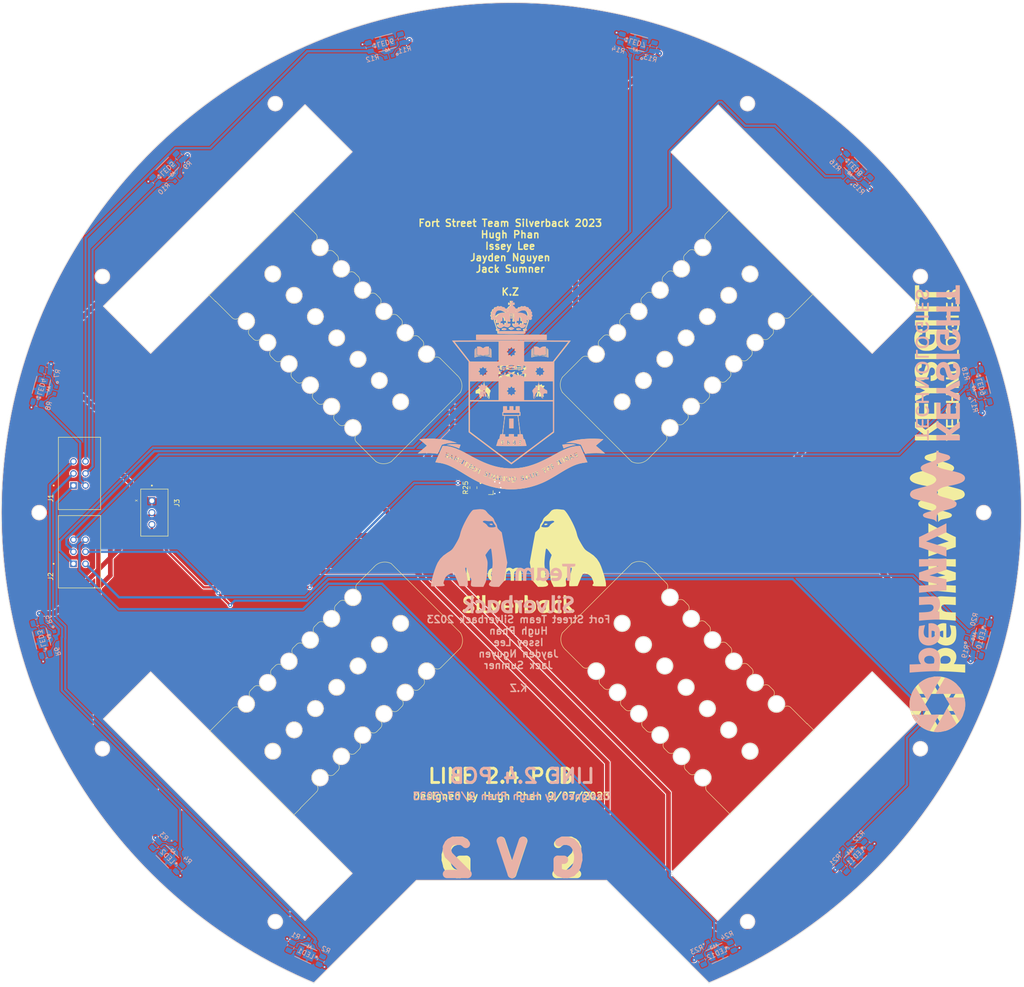
<source format=kicad_pcb>
(kicad_pcb (version 20211014) (generator pcbnew)
  (layers (0 "F.Cu" signal) (31 "B.Cu" signal) (34 "B.Paste" user) (35 "F.Paste" user) (36 "B.SilkS" user "B.Silkscreen") (37 "F.SilkS" user "F.Silkscreen") (38 "B.Mask" user) (39 "F.Mask" user) (44 "Edge.Cuts" user))
  (net 0 "")
  (net 1 "/SEN1")
  (net 2 "/SEN2")
  (net 3 "/SEN3")
  (net 4 "/SEN4")
  (net 5 "/SEN5")
  (net 6 "/SEN6")
  (net 7 "/SEN7")
  (net 8 "/SEN8")
  (net 9 "/SEN9")
  (net 10 "/SEN10")
  (net 11 "/SEN11")
  (net 12 "/SEN12")
  (net 13 "+5V")
  (net 14 "GND")
  (net 15 "Net-(LED1-Pad2)")
  (net 16 "Net-(LED2-Pad2)")
  (net 17 "Net-(LED3-Pad2)")
  (net 18 "Net-(LED4-Pad2)")
  (net 19 "Net-(LED5-Pad2)")
  (net 20 "Net-(LED7-Pad2)")
  (net 21 "Net-(LED8-Pad2)")
  (net 22 "Net-(LED9-Pad2)")
  (net 23 "Net-(LED10-Pad2)")
  (net 24 "Net-(LED11-Pad2)")
  (net 25 "Net-(LED12-Pad2)")
  (net 26 "Net-(LED6-Pad2)")
  (net 27 "/MSFTDRN")
  (net 28 "/LEDPWM")
  (footprint "Resistor_SMD:R_0805_2012Metric" (layer "F.Cu") (at 245.5 136.25 90)
    (fp_text reference "R25")
    (fp_text value "10K")
  )
  (footprint "LOGO" (layer "F.Cu") (at 343.256918 118.25 90)
    (fp_text reference "G***" hide)
    (fp_text value "LOGO" hide)
  )
  (footprint "Box IDC header 2x3:Box IDC header 2x3" (layer "F.Cu") (at 162.5 149.75 90)
    (fp_text reference "J2")
    (fp_text value "Line PCB 2")
  )
  (footprint "B3B-XH-A_LF__SN_:JST_B3B-XH-A(LF)(SN)" (layer "F.Cu") (at 178.275 141.5 -90)
    (fp_text reference "J3")
    (fp_text value "B3B-XH-A(LF)(SN)")
  )
  (footprint "NXV55UNR:TRANS_BC846B,215" (layer "F.Cu") (at 249 136.25)
    (fp_text reference "U2")
    (fp_text value "NXV55UNR")
  )
  (footprint "LOGO" (layer "F.Cu") (at 343.256918 165.75 90)
    (fp_text reference "G***" hide)
    (fp_text value "LOGO" hide)
  )
  (footprint "LOGO" (layer "F.Cu") (at 253.5 116.75)
    (fp_text reference "G***" hide)
    (fp_text value "LOGO" hide)
  )
  (footprint "Box IDC header 2x3:Box IDC header 2x3" (layer "F.Cu") (at 162.5 133.25 90)
    (fp_text reference "J1")
    (fp_text value "Line PCB 1")
  )
  (footprint "LOGO" (layer "F.Cu") (at 256.489726 141.609473)
    (fp_text reference "G***" hide)
    (fp_text value "LOGO" hide)
  )
  (footprint "Resistor_SMD:R_0805_2012Metric" (layer "B.Cu") (at 155.401562 111.588522 165)
    (fp_text reference "R7")
    (fp_text value "36R")
  )
  (footprint "Resistor_SMD:R_0805_2012Metric" (layer "B.Cu") (at 351.598438 171.411478 -15)
    (fp_text reference "R19")
    (fp_text value "36R")
  )
  (footprint "Resistor_SMD:R_0805_2012Metric" (layer "B.Cu") (at 276.648211 41.586736 -105)
    (fp_text reference "R14")
    (fp_text value "10K")
  )
  (footprint "Resistor_SMD:R_0805_2012Metric" (layer "B.Cu") (at 328.453319 211.503571 135)
    (fp_text reference "R22")
    (fp_text value "10K")
  )
  (footprint "LOGO" (layer "B.Cu") (at 253.5 116.75 180)
    (fp_text reference "G***" hide)
    (fp_text value "LOGO" hide)
  )
  (footprint "ALS-PT19-315C_L177_TR8:XDCR_ALS-PT19-315C_L177_TR8" (layer "B.Cu") (at 323.857125 71.142875 135)
    (fp_text reference "A8")
    (fp_text value "ALS-PT19-315C/L177/TR8")
  )
  (footprint "Resistor_SMD:R_0805_2012Metric" (layer "B.Cu") (at 155.39847 171.409693 15)
    (fp_text reference "R6")
    (fp_text value "10K")
  )
  (footprint "LOGO" (layer "B.Cu") (at 343.25 118.25 90)
    (fp_text reference "G***" hide)
    (fp_text value "LOGO" hide)
  )
  (footprint "Resistor_SMD:R_0805_2012Metric" (layer "B.Cu") (at 299.990449 232.917384 115)
    (fp_text reference "R24")
    (fp_text value "10K")
  )
  (footprint "Resistor_SMD:R_0805_2012Metric" (layer "B.Cu") (at 207.008329 232.914028 -115)
    (fp_text reference "R1")
    (fp_text value "36R")
  )
  (footprint "ALS-PT19-315C_L177_TR8:XDCR_ALS-PT19-315C_L177_TR8" (layer "B.Cu") (at 227.747505 45.39038 -165)
    (fp_text reference "A6")
    (fp_text value "ALS-PT19-315C/L177/TR8")
  )
  (footprint "JB2835AWT-W-U30GA0000-N0000001:LED_J2835_CRW" (layer "B.Cu") (at 226.971048 42.492603 15)
    (fp_text reference "LED6")
    (fp_text value "JB2835AWT-W-U30GA0000-N0000001")
  )
  (footprint "Resistor_SMD:R_0805_2012Metric" (layer "B.Cu") (at 323.5 216.453319 -45)
    (fp_text reference "R21")
    (fp_text value "36R")
  )
  (footprint "Resistor_SMD:R_0805_2012Metric" (layer "B.Cu") (at 213.353706 235.875712 65)
    (fp_text reference "R2")
    (fp_text value "10K")
  )
  (footprint "Resistor_SMD:R_0805_2012Metric" (layer "B.Cu") (at 328.453319 71.5 45)
    (fp_text reference "R15")
    (fp_text value "36R")
  )
  (footprint "JB2835AWT-W-U30GA0000-N0000001:LED_J2835_CRW" (layer "B.Cu") (at 352.507397 114.971048 -75)
    (fp_text reference "LED9")
    (fp_text value "JB2835AWT-W-U30GA0000-N0000001")
  )
  (footprint "Resistor_SMD:R_0805_2012Metric" (layer "B.Cu") (at 293.642939 235.874491 -65)
    (fp_text reference "R23")
    (fp_text value "36R")
  )
  (footprint "JB2835AWT-W-U30GA0000-N0000001:LED_J2835_CRW" (layer "B.Cu") (at 181.021555 69.021555 45)
    (fp_text reference "LED5")
    (fp_text value "JB2835AWT-W-U30GA0000-N0000001")
  )
  (footprint "Resistor_SMD:R_0805_2012Metric" (layer "B.Cu") (at 283.411478 43.401562 75)
    (fp_text reference "R13")
    (fp_text value "36R")
  )
  (footprint "Resistor_SMD:R_0805_2012Metric" (layer "B.Cu") (at 153.588522 164.645119 -165)
    (fp_text reference "R5")
    (fp_text value "36R")
  )
  (footprint "ALS-PT19-315C_L177_TR8:XDCR_ALS-PT19-315C_L177_TR8" (layer "B.Cu") (at 157.39038 167.252495 -75)
    (fp_text reference "A3")
    (fp_text value "ALS-PT19-315C/L177/TR8")
  )
  (footprint "Resistor_SMD:R_0805_2012Metric" (layer "B.Cu") (at 230.354881 41.588522 105)
    (fp_text reference "R11")
    (fp_text value "36R")
  )
  (footprint "Resistor_SMD:R_0805_2012Metric" (layer "B.Cu") (at 153.586736 118.351789 -15)
    (fp_text reference "R8")
    (fp_text value "10K")
  )
  (footprint "JB2835AWT-W-U30GA0000-N0000001:LED_J2835_CRW" (layer "B.Cu") (at 296.818372 234.396548 -155)
    (fp_text reference "LED12")
    (fp_text value "JB2835AWT-W-U30GA0000-N0000001")
  )
  (footprint "ALS-PT19-315C_L177_TR8:XDCR_ALS-PT19-315C_L177_TR8" (layer "B.Cu") (at 349.60962 115.747505 105)
    (fp_text reference "A9")
    (fp_text value "ALS-PT19-315C/L177/TR8")
  )
  (footprint "Resistor_SMD:R_0805_2012Metric" (layer "B.Cu") (at 178.546681 211.5 -135)
    (fp_text reference "R3")
    (fp_text value "36R")
  )
  (footprint "JB2835AWT-W-U30GA0000-N0000001:LED_J2835_CRW" (layer "B.Cu") (at 280.028952 42.492603 -15)
    (fp_text reference "LED7")
    (fp_text value "JB2835AWT-W-U30GA0000-N0000001")
  )
  (footprint "ALS-PT19-315C_L177_TR8:XDCR_ALS-PT19-315C_L177_TR8" (layer "B.Cu") (at 183.142875 211.857125 -45)
    (fp_text reference "A2")
    (fp_text value "ALS-PT19-315C/L177/TR8")
  )
  (footprint "Resistor_SMD:R_0805_2012Metric" (layer "B.Cu") (at 223.590307 43.39847 -75)
    (fp_text reference "R12")
    (fp_text value "10K")
  )
  (footprint "ALS-PT19-315C_L177_TR8:XDCR_ALS-PT19-315C_L177_TR8" (layer "B.Cu") (at 279.252495 45.39038 165)
    (fp_text reference "A7")
    (fp_text value "ALS-PT19-315C/L177/TR8")
  )
  (footprint "ALS-PT19-315C_L177_TR8:XDCR_ALS-PT19-315C_L177_TR8" (layer "B.Cu") (at 183.142875 71.142875 -135)
    (fp_text reference "A5")
    (fp_text value "ALS-PT19-315C/L177/TR8")
  )
  (footprint "Resistor_SMD:R_0805_2012Metric" (layer "B.Cu") (at 353.413264 164.648211 165)
    (fp_text reference "R20")
    (fp_text value "10K")
  )
  (footprint "Resistor_SMD:R_0805_2012Metric" (layer "B.Cu") (at 183.496429 216.453319 45)
    (fp_text reference "R4")
    (fp_text value "10K")
  )
  (footprint "Resistor_SMD:R_0805_2012Metric" (layer "B.Cu") (at 183.5 66.546681 135)
    (fp_text reference "R9")
    (fp_text value "36R")
  )
  (footprint "JB2835AWT-W-U30GA0000-N0000001:LED_J2835_CRW" (layer "B.Cu") (at 154.492603 168.028952 105)
    (fp_text reference "LED3")
    (fp_text value "JB2835AWT-W-U30GA0000-N0000001")
  )
  (footprint "Resistor_SMD:R_0805_2012Metric" (layer "B.Cu") (at 353.411478 118.354881 15)
    (fp_text reference "R17")
    (fp_text value "36R")
  )
  (footprint "LOGO" (layer "B.Cu") (at 253.510274 141.609473 180)
    (fp_text reference "G***" hide)
    (fp_text value "LOGO" hide)
  )
  (footprint "ALS-PT19-315C_L177_TR8:XDCR_ALS-PT19-315C_L177_TR8" (layer "B.Cu") (at 157.39038 115.747505 -105)
    (fp_text reference "A4")
    (fp_text value "ALS-PT19-315C/L177/TR8")
  )
  (footprint "Resistor_SMD:R_0805_2012Metric" (layer "B.Cu") (at 178.546681 71.496429 -45)
    (fp_text reference "R10")
    (fp_text value "10K")
  )
  (footprint "JB2835AWT-W-U30GA0000-N0000001:LED_J2835_CRW" (layer "B.Cu") (at 210.181628 234.396548 155)
    (fp_text reference "LED1")
    (fp_text value "JB2835AWT-W-U30GA0000-N0000001")
  )
  (footprint "JB2835AWT-W-U30GA0000-N0000001:LED_J2835_CRW" (layer "B.Cu") (at 352.507397 168.028952 -105)
    (fp_text reference "LED10")
    (fp_text value "JB2835AWT-W-U30GA0000-N0000001")
  )
  (footprint "ALS-PT19-315C_L177_TR8:XDCR_ALS-PT19-315C_L177_TR8" (layer "B.Cu") (at 349.60962 167.252495 75)
    (fp_text reference "A10")
    (fp_text value "ALS-PT19-315C/L177/TR8")
  )
  (footprint "ALS-PT19-315C_L177_TR8:XDCR_ALS-PT19-315C_L177_TR8" (layer "B.Cu") (at 323.857125 211.857125 45)
    (fp_text reference "A11")
    (fp_text value "ALS-PT19-315C/L177/TR8")
  )
  (footprint "Resistor_SMD:R_0805_2012Metric" (layer "B.Cu") (at 351.60153 111.590307 -165)
    (fp_text reference "R18")
    (fp_text value "10K")
  )
  (footprint "JB2835AWT-W-U30GA0000-N0000001:LED_J2835_CRW" (layer "B.Cu") (at 325.978445 213.978445 -135)
    (fp_text reference "LED11")
    (fp_text value "JB2835AWT-W-U30GA0000-N0000001")
  )
  (footprint "LOGO" (layer "B.Cu") (at 343.25 165.75 90)
    (fp_text reference "G***" hide)
    (fp_text value "LOGO" hide)
  )
  (footprint "JB2835AWT-W-U30GA0000-N0000001:LED_J2835_CRW" (layer "B.Cu") (at 154.492603 114.971048 75)
    (fp_text reference "LED4")
    (fp_text value "JB2835AWT-W-U30GA0000-N0000001")
  )
  (footprint "JB2835AWT-W-U30GA0000-N0000001:LED_J2835_CRW" (layer "B.Cu") (at 181.021555 213.978445 135)
    (fp_text reference "LED2")
    (fp_text value "JB2835AWT-W-U30GA0000-N0000001")
  )
  (footprint "Resistor_SMD:R_0805_2012Metric" (layer "B.Cu") (at 323.503571 66.546681 -135)
    (fp_text reference "R16")
    (fp_text value "10K")
  )
  (footprint "JB2835AWT-W-U30GA0000-N0000001:LED_J2835_CRW" (layer "B.Cu") (at 325.978445 69.021555 -45)
    (fp_text reference "LED8")
    (fp_text value "JB2835AWT-W-U30GA0000-N0000001")
  )
  (footprint "ALS-PT19-315C_L177_TR8:XDCR_ALS-PT19-315C_L177_TR8" (layer "B.Cu") (at 211.449483 231.677625 -25)
    (fp_text reference "A1")
    (fp_text value "ALS-PT19-315C/L177/TR8")
  )
  (footprint "ALS-PT19-315C_L177_TR8:XDCR_ALS-PT19-315C_L177_TR8" (layer "B.Cu") (at 295.550517 231.677625 25)
    (fp_text reference "A12")
    (fp_text value "ALS-PT19-315C/L177/TR8")
  )
  (gr_arc (start 306.295375 178.234937) (mid 303.654132 178.532134) (end 303.95133 175.890892) (layer "F.SilkS") (width 0.1))
  (gr_arc (start 298.749627 113.746098) (mid 297.969608 114.036322) (end 297.24009 113.635736) (layer "F.SilkS") (width 0.1))
  (gr_arc (start 214.17501 118.235447) (mid 213.440261 118.69689) (end 212.621338 118.410268) (layer "F.SilkS") (width 0.1))
  (gr_arc (start 304.126151 174.33722) (mid 304.412774 175.156143) (end 303.95133 175.890892) (layer "F.SilkS") (width 0.1))
  (gr_line (start 216.172652 196.616279) (end 216.939884 195.849047) (layer "F.SilkS") (width 0.1))
  (gr_arc (start 281.253902 186.749627) (mid 280.963678 185.969608) (end 281.364264 185.24009) (layer "F.SilkS") (width 0.1))
  (gr_arc (start 200.704625 104.765063) (mid 203.345868 104.467866) (end 203.04867 107.109108) (layer "F.SilkS") (width 0.1))
  (gr_line (start 278.81029 152.252156) (end 264.252157 166.81029) (layer "F.SilkS") (width 0.1))
  (gr_arc (start 294.725065 84.214497) (mid 295.022262 86.85574) (end 292.38102 86.558542) (layer "F.SilkS") (width 0.1))
  (gr_arc (start 232.504463 104.628638) (mid 233.233981 104.228042) (end 234.014001 104.518276) (layer "F.SilkS") (width 0.1))
  (gr_circle (center 303.775293 191.775292) (end 302.608566 192.942018) (layer "F.SilkS") (width 0.1) (fill none))
  (gr_line (start 229.643036 183.145894) (end 230.410268 182.378662) (layer "F.SilkS") (width 0.1))
  (gr_arc (start 310.785503 182.725065) (mid 311.520252 182.263623) (end 312.339175 182.550244) (layer "F.SilkS") (width 0.1))
  (gr_line (start 238.623292 174.165638) (end 242.747844 170.041087) (layer "F.SilkS") (width 0.1))
  (gr_line (start 242.040737 112.545012) (end 238.504129 109.008404) (layer "F.SilkS") (width 0.1))
  (gr_arc (start 238.623292 174.165638) (mid 237.804369 174.45226) (end 237.06962 173.990817) (layer "F.SilkS") (width 0.1))
  (gr_line (start 207.447087 77.951362) (end 189.769417 95.629031) (layer "F.SilkS") (width 0.1))
  (gr_arc (start 209.684882 113.745319) (mid 208.950133 114.206762) (end 208.13121 113.92014) (layer "F.SilkS") (width 0.1))
  (gr_arc (start 286.165638 156.376708) (mid 286.45226 157.195631) (end 285.990817 157.93038) (layer "F.SilkS") (width 0.1))
  (gr_arc (start 217.230629 160.273646) (mid 218.010648 159.983422) (end 218.740166 160.384008) (layer "F.SilkS") (width 0.1))
  (gr_line (start 272.866836 104.344234) (end 272.099604 105.111466) (layer "F.SilkS") (width 0.1))
  (gr_line (start 220.834362 126.623292) (end 224.958913 130.747844) (layer "F.SilkS") (width 0.1))
  (gr_line (start 207.629031 205.230583) (end 209.043245 203.816369) (layer "F.SilkS") (width 0.1))
  (gr_line (start 230.236226 100.740501) (end 229.523873 100.028148) (layer "F.SilkS") (width 0.1))
  (gr_arc (start 232.504463 104.628638) (mid 229.938252 104.81625) (end 230.125864 102.250038) (layer "F.SilkS") (width 0.1))
  (gr_line (start 212.740501 164.763774) (end 212.028148 165.476127) (layer "F.SilkS") (width 0.1))
  (gr_line (start 277.356964 99.854106) (end 276.589732 100.621338) (layer "F.SilkS") (width 0.1))
  (gr_arc (start 234.725575 176.334862) (mid 234.428379 173.693621) (end 237.06962 173.990817) (layer "F.SilkS") (width 0.1))
  (gr_line (start 308.616279 178.827348) (end 307.849047 178.060116) (layer "F.SilkS") (width 0.1))
  (gr_circle (center 221.18522 109.18522) (end 222.351946 108.018494) (layer "F.SilkS") (width 0.1) (fill none))
  (gr_arc (start 290.234158 195.729883) (mid 289.943934 194.949864) (end 290.344521 194.220346) (layer "F.SilkS") (width 0.1))
  (gr_circle (center 230.165476 118.165476) (end 231.332202 116.99875) (layer "F.SilkS") (width 0.1) (fill none))
  (gr_line (start 228.18971 130.747844) (end 242.747843 116.18971) (layer "F.SilkS") (width 0.1))
  (gr_arc (start 221.118766 158.005409) (mid 220.71817 157.275891) (end 221.008404 156.495871) (layer "F.SilkS") (width 0.1))
  (gr_line (start 191.183631 97.043245) (end 191.218973 97.007903) (layer "F.SilkS") (width 0.1))
  (gr_circle (center 203.224707 91.224708) (end 204.391434 90.057982) (layer "F.SilkS") (width 0.1) (fill none))
  (gr_line (start 220.66278 192.126151) (end 221.430012 191.358918) (layer "F.SilkS") (width 0.1))
  (gr_arc (start 278.985665 182.86149) (mid 278.256147 183.262086) (end 277.476127 182.971852) (layer "F.SilkS") (width 0.1))
  (gr_arc (start 221.25597 91.760245) (mid 221.546194 92.540264) (end 221.145608 93.269782) (layer "F.SilkS") (width 0.1))
  (gr_line (start 268.376708 108.834362) (end 264.252156 112.958913) (layer "F.SilkS") (width 0.1))
  (gr_arc (start 223.524207 95.648382) (mid 224.253725 95.247786) (end 225.033744 95.53802) (layer "F.SilkS") (width 0.1))
  (gr_circle (center 303.775292 91.224707) (end 304.942018 92.391434) (layer "F.SilkS") (width 0.1) (fill none))
  (gr_arc (start 264.252156 116.18971) (mid 263.791842 114.574312) (end 264.252156 112.958913) (layer "F.SilkS") (width 0.1))
  (gr_arc (start 285.881234 124.994591) (mid 286.28183 125.724109) (end 285.991596 126.504129) (layer "F.SilkS") (width 0.1))
  (gr_arc (start 290.234937 88.704625) (mid 289.773495 87.969876) (end 290.060116 87.150953) (layer "F.SilkS") (width 0.1))
  (gr_arc (start 281.254681 97.684882) (mid 281.551877 100.326123) (end 278.910636 100.028926) (layer "F.SilkS") (width 0.1))
  (gr_line (start 216.765842 87.270117) (end 216.053488 86.557763) (layer "F.SilkS") (width 0.1))
  (gr_arc (start 212.274935 198.785503) (mid 212.736377 199.520252) (end 212.449756 200.339175) (layer "F.SilkS") (width 0.1))
  (gr_arc (start 216.765842 87.270117) (mid 217.056066 88.050136) (end 216.655479 88.779654) (layer "F.SilkS") (width 0.1))
  (gr_line (start 189.769417 95.629031) (end 191.183631 97.043245) (layer "F.SilkS") (width 0.1))
  (gr_circle (center 285.81478 109.18522) (end 286.981506 110.351946) (layer "F.SilkS") (width 0.1) (fill none))
  (gr_arc (start 228.18971 130.747844) (mid 226.574312 131.208158) (end 224.958913 130.747844) (layer "F.SilkS") (width 0.1))
  (gr_line (start 221.25597 91.760245) (end 220.543616 91.047892) (layer "F.SilkS") (width 0.1))
  (gr_circle (center 230.165476 164.834524) (end 228.99875 163.667798) (layer "F.SilkS") (width 0.1) (fill none))
  (gr_line (start 304.126151 174.33722) (end 303.358918 173.569988) (layer "F.SilkS") (width 0.1))
  (gr_line (start 286.165638 156.376708) (end 282.041087 152.252156) (layer "F.SilkS") (width 0.1))
  (gr_arc (start 216.765063 194.295375) (mid 217.226505 195.030124) (end 216.939884 195.849047) (layer "F.SilkS") (width 0.1))
  (gr_arc (start 230.235447 180.82499) (mid 230.69689 181.559739) (end 230.410268 182.378662) (layer "F.SilkS") (width 0.1))
  (gr_circle (center 299.285165 187.285164) (end 298.118438 188.45189) (layer "F.SilkS") (width 0.1) (fill none))
  (gr_arc (start 264.959263 170.454988) (mid 263.971485 168.755685) (end 264.252157 166.81029) (layer "F.SilkS") (width 0.1))
  (gr_line (start 299.552913 205.048638) (end 317.230583 187.370969) (layer "F.SilkS") (width 0.1))
  (gr_circle (center 281.324652 113.675348) (end 282.491378 114.842074) (layer "F.SilkS") (width 0.1) (fill none))
  (gr_line (start 294.259499 118.236226) (end 294.971852 117.523873) (layer "F.SilkS") (width 0.1))
  (gr_arc (start 303.239755 109.25597) (mid 302.459736 109.546194) (end 301.730218 109.145608) (layer "F.SilkS") (width 0.1))
  (gr_arc (start 270.005409 173.881234) (mid 272.57162 173.693622) (end 272.384008 176.259834) (layer "F.SilkS") (width 0.1))
  (gr_arc (start 218.665138 122.725575) (mid 217.930389 123.187018) (end 217.111466 122.900396) (layer "F.SilkS") (width 0.1))
  (gr_line (start 216.344234 122.133164) (end 217.111466 122.900396) (layer "F.SilkS") (width 0.1))
  (gr_arc (start 225.745319 185.315118) (mid 226.206762 186.049867) (end 225.92014 186.86879) (layer "F.SilkS") (width 0.1))
  (gr_line (start 303.239755 109.25597) (end 303.952108 108.543616) (layer "F.SilkS") (width 0.1))
  (gr_line (start 191.218973 97.007903) (end 194.660825 100.449756) (layer "F.SilkS") (width 0.1))
  (gr_circle (center 299.285164 95.714835) (end 300.45189 96.881562) (layer "F.SilkS") (width 0.1) (fill none))
  (gr_arc (start 282.454988 130.040737) (mid 280.755685 131.028515) (end 278.81029 130.747843) (layer "F.SilkS") (width 0.1))
  (gr_arc (start 290.655766 160.866836) (mid 290.942388 161.685759) (end 290.480945 162.420508) (layer "F.SilkS") (width 0.1))
  (gr_arc (start 290.234937 88.704625) (mid 290.532134 91.345868) (end 287.890892 91.04867) (layer "F.SilkS") (width 0.1))
  (gr_arc (start 268.376708 108.834362) (mid 269.195631 108.54774) (end 269.93038 109.009183) (layer "F.SilkS") (width 0.1))
  (gr_arc (start 299.636022 169.847092) (mid 299.922645 170.666015) (end 299.461202 171.400764) (layer "F.SilkS") (width 0.1))
  (gr_arc (start 306.295375 178.234937) (mid 307.030124 177.773495) (end 307.849047 178.060116) (layer "F.SilkS") (width 0.1))
  (gr_arc (start 294.724286 200.220011) (mid 294.434062 199.439992) (end 294.834649 198.710474) (layer "F.SilkS") (width 0.1))
  (gr_arc (start 276.764553 102.17501) (mid 277.061749 104.816251) (end 274.420508 104.519055) (layer "F.SilkS") (width 0.1))
  (gr_circle (center 276.834524 164.834524) (end 275.667798 166.00125) (layer "F.SilkS") (width 0.1) (fill none))
  (gr_circle (center 221.18522 173.81478) (end 220.018494 172.648054) (layer "F.SilkS") (width 0.1) (fill none))
  (gr_arc (start 272.274425 106.665138) (mid 271.812982 105.930389) (end 272.099604 105.111466) (layer "F.SilkS") (width 0.1))
  (gr_line (start 225.152908 187.636022) (end 225.92014 186.86879) (layer "F.SilkS") (width 0.1))
  (gr_arc (start 283.475793 187.351618) (mid 282.746275 187.752214) (end 281.966256 187.46198) (layer "F.SilkS") (width 0.1))
  (gr_line (start 299.370969 77.769417) (end 297.956755 79.183631) (layer "F.SilkS") (width 0.1))
  (gr_arc (start 303.841746 107.034079) (mid 304.242342 107.763597) (end 303.952108 108.543616) (layer "F.SilkS") (width 0.1))
  (gr_arc (start 312.220011 100.275714) (mid 311.439992 100.565938) (end 310.710474 100.165351) (layer "F.SilkS") (width 0.1))
  (gr_line (start 217.230629 160.273646) (end 216.518276 160.985999) (layer "F.SilkS") (width 0.1))
  (gr_arc (start 216.344234 122.133164) (mid 216.057612 121.314241) (end 216.519055 120.579492) (layer "F.SilkS") (width 0.1))
  (gr_line (start 211.854106 117.643036) (end 212.621338 118.410268) (layer "F.SilkS") (width 0.1))
  (gr_arc (start 272.274425 106.665138) (mid 272.571621 109.306379) (end 269.93038 109.009183) (layer "F.SilkS") (width 0.1))
  (gr_arc (start 292.456049 196.331874) (mid 291.726532 196.73247) (end 290.946512 196.442237) (layer "F.SilkS") (width 0.1))
  (gr_arc (start 308.331874 102.543951) (mid 308.73247 103.273468) (end 308.442237 104.053488) (layer "F.SilkS") (width 0.1))
  (gr_arc (start 221.255191 189.805246) (mid 221.716634 190.539995) (end 221.430012 191.358918) (layer "F.SilkS") (width 0.1))
  (gr_arc (start 212.13851 166.985665) (mid 212.326122 169.551876) (end 209.75991 169.364264) (layer "F.SilkS") (width 0.1))
  (gr_line (start 315.816369 185.956755) (end 315.781027 185.992097) (layer "F.SilkS") (width 0.1))
  (gr_arc (start 276.763774 182.259499) (mid 276.47355 181.47948) (end 276.874136 180.749962) (layer "F.SilkS") (width 0.1))
  (gr_arc (start 281.847092 95.363978) (mid 282.666015 95.077355) (end 283.400764 95.538798) (layer "F.SilkS") (width 0.1))
  (gr_arc (start 230.235447 180.82499) (mid 229.938251 178.183749) (end 232.579492 178.480945) (layer "F.SilkS") (width 0.1))
  (gr_line (start 285.74403 191.239755) (end 286.456384 191.952108) (layer "F.SilkS") (width 0.1))
  (gr_arc (start 218.665138 122.725575) (mid 221.306379 122.428379) (end 221.009183 125.06962) (layer "F.SilkS") (width 0.1))
  (gr_arc (start 225.746098 96.250373) (mid 226.036322 97.030392) (end 225.635736 97.75991) (layer "F.SilkS") (width 0.1))
  (gr_arc (start 294.86149 116.014335) (mid 294.673878 113.448124) (end 297.24009 113.635736) (layer "F.SilkS") (width 0.1))
  (gr_arc (start 209.684882 113.745319) (mid 212.326123 113.448123) (end 212.028926 116.089364) (layer "F.SilkS") (width 0.1))
  (gr_arc (start 224.545012 152.959263) (mid 226.244315 151.971485) (end 228.18971 152.252157) (layer "F.SilkS") (width 0.1))
  (gr_line (start 298.749627 113.746098) (end 299.46198 113.033744) (layer "F.SilkS") (width 0.1))
  (gr_arc (start 290.827348 86.383721) (mid 291.646271 86.097098) (end 292.38102 86.558542) (layer "F.SilkS") (width 0.1))
  (gr_arc (start 212.275714 82.779989) (mid 212.565938 83.560008) (end 212.165351 84.289526) (layer "F.SilkS") (width 0.1))
  (gr_arc (start 207.363978 113.152908) (mid 207.077355 112.333985) (end 207.538798 111.599236) (layer "F.SilkS") (width 0.1))
  (gr_line (start 225.746098 96.250373) (end 225.033744 95.53802) (layer "F.SilkS") (width 0.1))
  (gr_arc (start 214.543951 86.668126) (mid 211.97774 86.855738) (end 212.165351 84.289526) (layer "F.SilkS") (width 0.1))
  (gr_arc (start 198.668126 180.456049) (mid 198.26753 179.726532) (end 198.557763 178.946512) (layer "F.SilkS") (width 0.1))
  (gr_arc (start 203.158254 175.965921) (mid 202.757658 175.236403) (end 203.047892 174.456384) (layer "F.SilkS") (width 0.1))
  (gr_line (start 282.454988 130.040737) (end 285.991596 126.504129) (layer "F.SilkS") (width 0.1))
  (gr_circle (center 207.714835 95.714836) (end 208.881562 94.54811) (layer "F.SilkS") (width 0.1) (fill none))
  (gr_line (start 194.779989 182.724286) (end 189.951362 187.552913) (layer "F.SilkS") (width 0.1))
  (gr_line (start 202.873849 108.66278) (end 203.641082 109.430012) (layer "F.SilkS") (width 0.1))
  (gr_line (start 297.992097 79.218973) (end 294.550244 82.660825) (layer "F.SilkS") (width 0.1))
  (gr_arc (start 203.158254 175.965921) (mid 203.345866 178.532132) (end 200.779654 178.344521) (layer "F.SilkS") (width 0.1))
  (gr_arc (start 214.17501 118.235447) (mid 216.816251 117.938251) (end 216.519055 120.579492) (layer "F.SilkS") (width 0.1))
  (gr_line (start 199.270117 178.234158) (end 198.557763 178.946512) (layer "F.SilkS") (width 0.1))
  (gr_line (start 295.145894 165.356964) (end 294.378662 164.589732) (layer "F.SilkS") (width 0.1))
  (gr_arc (start 212.740501 164.763774) (mid 213.52052 164.47355) (end 214.250038 164.874136) (layer "F.SilkS") (width 0.1))
  (gr_line (start 208.250373 169.253902) (end 207.53802 169.966256) (layer "F.SilkS") (width 0.1))
  (gr_arc (start 286.33722 90.873849) (mid 287.156143 90.587226) (end 287.890892 91.04867) (layer "F.SilkS") (width 0.1))
  (gr_line (start 203.760245 173.74403) (end 203.047892 174.456384) (layer "F.SilkS") (width 0.1))
  (gr_arc (start 234.725575 176.334862) (mid 235.187018 177.069611) (end 234.900396 177.888534) (layer "F.SilkS") (width 0.1))
  (gr_arc (start 228.014335 100.13851) (mid 228.743853 99.737914) (end 229.523873 100.028148) (layer "F.SilkS") (width 0.1))
  (gr_line (start 264.252156 116.18971) (end 278.81029 130.747843) (layer "F.SilkS") (width 0.1))
  (gr_line (start 212.275714 82.779989) (end 207.447087 77.951362) (layer "F.SilkS") (width 0.1))
  (gr_line (start 307.729883 104.765842) (end 308.442237 104.053488) (layer "F.SilkS") (width 0.1))
  (gr_arc (start 221.118766 158.005409) (mid 221.306378 160.57162) (end 218.740166 160.384008) (layer "F.SilkS") (width 0.1))
  (gr_arc (start 276.764553 102.17501) (mid 276.30311 101.440261) (end 276.589732 100.621338) (layer "F.SilkS") (width 0.1))
  (gr_arc (start 308.331874 102.543951) (mid 308.144262 99.97774) (end 310.710474 100.165351) (layer "F.SilkS") (width 0.1))
  (gr_arc (start 200.704625 104.765063) (mid 199.969876 105.226505) (end 199.150953 104.939884) (layer "F.SilkS") (width 0.1))
  (gr_line (start 264.959263 170.454988) (end 268.495871 173.991596) (layer "F.SilkS") (width 0.1))
  (gr_circle (center 294.795036 182.795036) (end 293.62831 183.961762) (layer "F.SilkS") (width 0.1) (fill none))
  (gr_arc (start 281.254681 97.684882) (mid 280.793238 96.950133) (end 281.07986 96.13121) (layer "F.SilkS") (width 0.1))
  (gr_arc (start 292.82499 164.764553) (mid 293.559739 164.30311) (end 294.378662 164.589732) (layer "F.SilkS") (width 0.1))
  (gr_arc (start 297.315118 169.254681) (mid 298.049867 168.793238) (end 298.86879 169.07986) (layer "F.SilkS") (width 0.1))
  (gr_arc (start 294.259499 118.236226) (mid 293.47948 118.52645) (end 292.749962 118.125864) (layer "F.SilkS") (width 0.1))
  (gr_arc (start 198.668126 180.456049) (mid 198.855738 183.02226) (end 196.289526 182.834649) (layer "F.SilkS") (width 0.1))
  (gr_arc (start 278.81029 152.252156) (mid 280.425688 151.791842) (end 282.041087 152.252156) (layer "F.SilkS") (width 0.1))
  (gr_line (start 276.763774 182.259499) (end 277.476127 182.971852) (layer "F.SilkS") (width 0.1))
  (gr_arc (start 294.86149 116.014335) (mid 295.262086 116.743853) (end 294.971852 117.523873) (layer "F.SilkS") (width 0.1))
  (gr_arc (start 301.805246 173.744809) (mid 299.164005 174.042005) (end 299.461202 171.400764) (layer "F.SilkS") (width 0.1))
  (gr_line (start 290.234158 195.729883) (end 290.946512 196.442237) (layer "F.SilkS") (width 0.1))
  (gr_arc (start 290.371362 120.504463) (mid 290.18375 117.938252) (end 292.749962 118.125864) (layer "F.SilkS") (width 0.1))
  (gr_arc (start 216.765063 194.295375) (mid 216.467866 191.654132) (end 219.109108 191.95133) (layer "F.SilkS") (width 0.1))
  (gr_arc (start 225.152908 187.636022) (mid 224.333985 187.922645) (end 223.599236 187.461202) (layer "F.SilkS") (width 0.1))
  (gr_arc (start 308.616279 178.827348) (mid 308.902902 179.646271) (end 308.441458 180.38102) (layer "F.SilkS") (width 0.1))
  (gr_arc (start 194.779989 182.724286) (mid 195.560008 182.434062) (end 196.289526 182.834649) (layer "F.SilkS") (width 0.1))
  (gr_arc (start 274.495537 178.371362) (mid 273.766019 178.771958) (end 272.985999 178.481724) (layer "F.SilkS") (width 0.1))
  (gr_arc (start 289.769371 122.726354) (mid 288.989352 123.016578) (end 288.259834 122.615992) (layer "F.SilkS") (width 0.1))
  (gr_arc (start 292.456049 196.331874) (mid 295.02226 196.144262) (end 294.834649 198.710474) (layer "F.SilkS") (width 0.1))
  (gr_arc (start 205.194754 109.255191) (mid 207.835995 108.957995) (end 207.538798 111.599236) (layer "F.SilkS") (width 0.1))
  (gr_arc (start 234.133164 178.655766) (mid 233.314241 178.942388) (end 232.579492 178.480945) (layer "F.SilkS") (width 0.1))
  (gr_arc (start 287.965921 191.841746) (mid 287.236403 192.242342) (end 286.456384 191.952108) (layer "F.SilkS") (width 0.1))
  (gr_arc (start 220.66278 192.126151) (mid 219.843857 192.412774) (end 219.109108 191.95133) (layer "F.SilkS") (width 0.1))
  (gr_arc (start 299.351618 111.524207) (mid 299.164006 108.957996) (end 301.730218 109.145608) (layer "F.SilkS") (width 0.1))
  (gr_arc (start 211.854106 117.643036) (mid 211.567483 116.824113) (end 212.028926 116.089364) (layer "F.SilkS") (width 0.1))
  (gr_arc (start 196.214497 100.274935) (mid 198.85574 99.977738) (end 198.558542 102.61898) (layer "F.SilkS") (width 0.1))
  (gr_arc (start 297.315118 169.254681) (mid 294.673877 169.551877) (end 294.971074 166.910636) (layer "F.SilkS") (width 0.1))
  (gr_line (start 294.724286 200.220011) (end 299.552913 205.048638) (layer "F.SilkS") (width 0.1))
  (gr_arc (start 207.648382 171.475793) (mid 207.247786 170.746275) (end 207.53802 169.966256) (layer "F.SilkS") (width 0.1))
  (gr_arc (start 272.273646 177.769371) (mid 271.983422 176.989352) (end 272.384008 176.259834) (layer "F.SilkS") (width 0.1))
  (gr_arc (start 219.034079 91.158254) (mid 216.467868 91.345866) (end 216.655479 88.779654) (layer "F.SilkS") (width 0.1))
  (gr_arc (start 285.881234 124.994591) (mid 285.693622 122.42838) (end 288.259834 122.615992) (layer "F.SilkS") (width 0.1))
  (gr_line (start 234.133164 178.655766) (end 234.900396 177.888534) (layer "F.SilkS") (width 0.1))
  (gr_arc (start 301.805246 173.744809) (mid 302.539995 173.283366) (end 303.358918 173.569988) (layer "F.SilkS") (width 0.1))
  (gr_arc (start 242.747844 166.81029) (mid 243.208158 168.425688) (end 242.747844 170.041087) (layer "F.SilkS") (width 0.1))
  (gr_line (start 297.956755 79.183631) (end 297.992097 79.218973) (layer "F.SilkS") (width 0.1))
  (gr_arc (start 307.729883 104.765842) (mid 306.949864 105.056066) (end 306.220346 104.655479) (layer "F.SilkS") (width 0.1))
  (gr_circle (center 294.795036 100.204964) (end 295.961762 101.37169) (layer "F.SilkS") (width 0.1) (fill none))
  (gr_line (start 272.273646 177.769371) (end 272.985999 178.481724) (layer "F.SilkS") (width 0.1))
  (gr_line (start 198.383721 104.172652) (end 199.150953 104.939884) (layer "F.SilkS") (width 0.1))
  (gr_circle (center 207.714836 187.285165) (end 206.54811 186.118438) (layer "F.SilkS") (width 0.1) (fill none))
  (gr_arc (start 234.726354 105.230629) (mid 235.016578 106.010648) (end 234.615992 106.740166) (layer "F.SilkS") (width 0.1))
  (gr_arc (start 294.725065 84.214497) (mid 294.263623 83.479748) (end 294.550244 82.660825) (layer "F.SilkS") (width 0.1))
  (gr_line (start 315.781027 185.992097) (end 312.339175 182.550244) (layer "F.SilkS") (width 0.1))
  (gr_arc (start 272.866836 104.344234) (mid 273.685759 104.057612) (end 274.420508 104.519055) (layer "F.SilkS") (width 0.1))
  (gr_circle (center 290.304908 178.304908) (end 289.138182 179.471634) (layer "F.SilkS") (width 0.1) (fill none))
  (gr_line (start 207.363978 113.152908) (end 208.13121 113.92014) (layer "F.SilkS") (width 0.1))
  (gr_arc (start 283.475793 187.351618) (mid 286.042004 187.164006) (end 285.854392 189.730218) (layer "F.SilkS") (width 0.1))
  (gr_line (start 290.827348 86.383721) (end 290.060116 87.150953) (layer "F.SilkS") (width 0.1))
  (gr_arc (start 303.841746 107.034079) (mid 303.654134 104.467868) (end 306.220346 104.655479) (layer "F.SilkS") (width 0.1))
  (gr_arc (start 225.745319 185.315118) (mid 225.448123 182.673877) (end 228.089364 182.971074) (layer "F.SilkS") (width 0.1))
  (gr_arc (start 229.643036 183.145894) (mid 228.824113 183.432517) (end 228.089364 182.971074) (layer "F.SilkS") (width 0.1))
  (gr_arc (start 216.628638 162.495537) (mid 216.81625 165.061748) (end 214.250038 164.874136) (layer "F.SilkS") (width 0.1))
  (gr_line (start 317.048638 95.447087) (end 299.370969 77.769417) (layer "F.SilkS") (width 0.1))
  (gr_arc (start 236.994591 109.118766) (mid 237.724109 108.71817) (end 238.504129 109.008404) (layer "F.SilkS") (width 0.1))
  (gr_arc (start 288.334862 160.274425) (mid 289.069611 159.812982) (end 289.888534 160.099604) (layer "F.SilkS") (width 0.1))
  (gr_arc (start 205.194754 109.255191) (mid 204.460005 109.716634) (end 203.641082 109.430012) (layer "F.SilkS") (width 0.1))
  (gr_arc (start 202.873849 108.66278) (mid 202.587226 107.843857) (end 203.04867 107.109108) (layer "F.SilkS") (width 0.1))
  (gr_arc (start 199.270117 178.234158) (mid 200.050136 177.943934) (end 200.779654 178.344521) (layer "F.SilkS") (width 0.1))
  (gr_circle (center 285.81478 173.81478) (end 284.648054 174.981506) (layer "F.SilkS") (width 0.1) (fill none))
  (gr_line (start 234.726354 105.230629) (end 234.014001 104.518276) (layer "F.SilkS") (width 0.1))
  (gr_arc (start 220.834362 126.623292) (mid 220.54774 125.804369) (end 221.009183 125.06962) (layer "F.SilkS") (width 0.1))
  (gr_arc (start 285.744809 93.194754) (mid 286.042005 95.835995) (end 283.400764 95.538798) (layer "F.SilkS") (width 0.1))
  (gr_arc (start 228.014335 100.13851) (mid 225.448124 100.326122) (end 225.635736 97.75991) (layer "F.SilkS") (width 0.1))
  (gr_arc (start 310.785503 182.725065) (mid 308.14426 183.022262) (end 308.441458 180.38102) (layer "F.SilkS") (width 0.1))
  (gr_arc (start 287.965921 191.841746) (mid 290.532132 191.654134) (end 290.344521 194.220346) (layer "F.SilkS") (width 0.1))
  (gr_arc (start 198.383721 104.172652) (mid 198.097098 103.353729) (end 198.558542 102.61898) (layer "F.SilkS") (width 0.1))
  (gr_arc (start 299.351618 111.524207) (mid 299.752214 112.253725) (end 299.46198 113.033744) (layer "F.SilkS") (width 0.1))
  (gr_line (start 281.847092 95.363978) (end 281.07986 96.13121) (layer "F.SilkS") (width 0.1))
  (gr_arc (start 285.74403 191.239755) (mid 285.453806 190.459736) (end 285.854392 189.730218) (layer "F.SilkS") (width 0.1))
  (gr_arc (start 288.334862 160.274425) (mid 285.693621 160.571621) (end 285.990817 157.93038) (layer "F.SilkS") (width 0.1))
  (gr_arc (start 285.744809 93.194754) (mid 285.283366 92.460005) (end 285.569988 91.641082) (layer "F.SilkS") (width 0.1))
  (gr_line (start 224.545012 152.959263) (end 221.008404 156.495871) (layer "F.SilkS") (width 0.1))
  (gr_arc (start 207.648382 171.475793) (mid 207.835994 174.042004) (end 205.269782 173.854392) (layer "F.SilkS") (width 0.1))
  (gr_line (start 286.33722 90.873849) (end 285.569988 91.641082) (layer "F.SilkS") (width 0.1))
  (gr_arc (start 236.994591 109.118766) (mid 234.42838 109.306378) (end 234.615992 106.740166) (layer "F.SilkS") (width 0.1))
  (gr_line (start 281.253902 186.749627) (end 281.966256 187.46198) (layer "F.SilkS") (width 0.1))
  (gr_circle (center 212.204964 100.204964) (end 213.37169 99.038238) (layer "F.SilkS") (width 0.1) (fill none))
  (gr_arc (start 290.371362 120.504463) (mid 290.771958 121.233981) (end 290.481724 122.014001) (layer "F.SilkS") (width 0.1))
  (gr_circle (center 225.675348 113.675348) (end 226.842074 112.508622) (layer "F.SilkS") (width 0.1) (fill none))
  (gr_line (start 209.043245 203.816369) (end 209.007903 203.781027) (layer "F.SilkS") (width 0.1))
  (gr_arc (start 221.255191 189.805246) (mid 220.957995 187.164005) (end 223.599236 187.461202) (layer "F.SilkS") (width 0.1))
  (gr_line (start 290.655766 160.866836) (end 289.888534 160.099604) (layer "F.SilkS") (width 0.1))
  (gr_line (start 299.636022 169.847092) (end 298.86879 169.07986) (layer "F.SilkS") (width 0.1))
  (gr_circle (center 203.224708 191.775293) (end 202.057982 190.608566) (layer "F.SilkS") (width 0.1) (fill none))
  (gr_circle (center 216.695092 104.695092) (end 217.861818 103.528366) (layer "F.SilkS") (width 0.1) (fill none))
  (gr_arc (start 278.985665 182.86149) (mid 281.551876 182.673878) (end 281.364264 185.24009) (layer "F.SilkS") (width 0.1))
  (gr_arc (start 230.236226 100.740501) (mid 230.52645 101.52052) (end 230.125864 102.250038) (layer "F.SilkS") (width 0.1))
  (gr_line (start 209.007903 203.781027) (end 212.449756 200.339175) (layer "F.SilkS") (width 0.1))
  (gr_arc (start 196.214497 100.274935) (mid 195.479748 100.736377) (end 194.660825 100.449756) (layer "F.SilkS") (width 0.1))
  (gr_arc (start 212.13851 166.985665) (mid 211.737914 166.256147) (end 212.028148 165.476127) (layer "F.SilkS") (width 0.1))
  (gr_line (start 189.951362 187.552913) (end 207.629031 205.230583) (layer "F.SilkS") (width 0.1))
  (gr_arc (start 295.145894 165.356964) (mid 295.432517 166.175887) (end 294.971074 166.910636) (layer "F.SilkS") (width 0.1))
  (gr_line (start 289.769371 122.726354) (end 290.481724 122.014001) (layer "F.SilkS") (width 0.1))
  (gr_arc (start 212.274935 198.785503) (mid 211.977738 196.14426) (end 214.61898 196.441458) (layer "F.SilkS") (width 0.1))
  (gr_line (start 317.230583 187.370969) (end 315.816369 185.956755) (layer "F.SilkS") (width 0.1))
  (gr_arc (start 216.172652 196.616279) (mid 215.353729 196.902902) (end 214.61898 196.441458) (layer "F.SilkS") (width 0.1))
  (gr_arc (start 242.040737 112.545012) (mid 243.028515 114.244315) (end 242.747843 116.18971) (layer "F.SilkS") (width 0.1))
  (gr_arc (start 292.82499 164.764553) (mid 290.183749 165.061749) (end 290.480945 162.420508) (layer "F.SilkS") (width 0.1))
  (gr_arc (start 216.628638 162.495537) (mid 216.228042 161.766019) (end 216.518276 160.985999) (layer "F.SilkS") (width 0.1))
  (gr_circle (center 212.204964 182.795036) (end 211.038238 181.62831) (layer "F.SilkS") (width 0.1) (fill none))
  (gr_line (start 312.220011 100.275714) (end 317.048638 95.447087) (layer "F.SilkS") (width 0.1))
  (gr_arc (start 274.495537 178.371362) (mid 277.061748 178.18375) (end 276.874136 180.749962) (layer "F.SilkS") (width 0.1))
  (gr_line (start 242.747844 166.81029) (end 228.18971 152.252157) (layer "F.SilkS") (width 0.1))
  (gr_arc (start 214.543951 86.668126) (mid 215.273468 86.26753) (end 216.053488 86.557763) (layer "F.SilkS") (width 0.1))
  (gr_circle (center 225.675348 169.324652) (end 224.508622 168.157926) (layer "F.SilkS") (width 0.1) (fill none))
  (gr_circle (center 276.834524 118.165476) (end 278.00125 119.332202) (layer "F.SilkS") (width 0.1) (fill none))
  (gr_arc (start 270.005409 173.881234) (mid 269.275891 174.28183) (end 268.495871 173.991596) (layer "F.SilkS") (width 0.1))
  (gr_arc (start 219.034079 91.158254) (mid 219.763597 90.757658) (end 220.543616 91.047892) (layer "F.SilkS") (width 0.1))
  (gr_circle (center 281.324652 169.324652) (end 280.157926 170.491378) (layer "F.SilkS") (width 0.1) (fill none))
  (gr_circle (center 216.695092 178.304908) (end 215.528366 177.138182) (layer "F.SilkS") (width 0.1) (fill none))
  (gr_arc (start 208.250373 169.253902) (mid 209.030392 168.963678) (end 209.75991 169.364264) (layer "F.SilkS") (width 0.1))
  (gr_arc (start 203.760245 173.74403) (mid 204.540264 173.453806) (end 205.269782 173.854392) (layer "F.SilkS") (width 0.1))
  (gr_arc (start 223.524207 95.648382) (mid 220.957996 95.835994) (end 221.145608 93.269782) (layer "F.SilkS") (width 0.1))
  (gr_arc (start 277.356964 99.854106) (mid 278.175887 99.567483) (end 278.910636 100.028926) (layer "F.SilkS") (width 0.1))
  (gr_circle (center 290.304908 104.695092) (end 291.471634 105.861818) (layer "F.SilkS") (width 0.1) (fill none))
  (gr_line (start 296.987067 55.586526) (end 339.413474 98.012933) (layer "Edge.Cuts") (width 0.1))
  (gr_line (start 167.586526 184.987067) (end 177.486021 175.087572) (layer "Edge.Cuts") (width 0.1))
  (gr_circle (center 221.18522 173.81478) (end 222.351947 174.981506) (layer "Edge.Cuts") (width 0.1) (fill none))
  (gr_circle (center 303.25 227.669528) (end 301.75 227.669528) (layer "Edge.Cuts") (width 0.1) (fill none))
  (gr_circle (center 203.75 55.330472) (end 202.25 55.330472) (layer "Edge.Cuts") (width 0.1) (fill none))
  (gr_circle (center 285.81478 109.18522) (end 284.648053 108.018494) (layer "Edge.Cuts") (width 0.1) (fill none))
  (gr_circle (center 280.349551 183.876202) (end 281.551633 182.674121) (layer "Edge.Cuts") (width 0.1) (fill none))
  (gr_circle (center 226.650449 99.123798) (end 225.448367 100.325879) (layer "Edge.Cuts") (width 0.1) (fill none))
  (gr_circle (center 309.346586 181.819936) (end 310.548668 180.617854) (layer "Edge.Cuts") (width 0.1) (fill none))
  (gr_circle (center 299.285164 95.714836) (end 298.118438 94.54811) (layer "Edge.Cuts") (width 0.1) (fill none))
  (gr_circle (center 275.859423 103.613926) (end 274.657342 102.411844) (layer "Edge.Cuts") (width 0.1) (fill none))
  (gr_circle (center 222.160321 94.63367) (end 220.958239 95.835751) (layer "Edge.Cuts") (width 0.1) (fill none))
  (gr_circle (center 304.856458 105.670193) (end 303.654377 104.468111) (layer "Edge.Cuts") (width 0.1) (fill none))
  (gr_line (start 177.486021 175.087572) (end 219.912428 217.513979) (layer "Edge.Cuts") (width 0.1))
  (gr_circle (center 207.714836 95.714836) (end 206.54811 96.881562) (layer "Edge.Cuts") (width 0.1) (fill none))
  (gr_circle (center 220.104054 159.369295) (end 221.306136 160.571377) (layer "Edge.Cuts") (width 0.1) (fill none))
  (gr_circle (center 220.104054 123.630705) (end 218.901973 124.832786) (layer "Edge.Cuts") (width 0.1) (fill none))
  (gr_circle (center 284.839679 188.36633) (end 286.041761 187.164249) (layer "Edge.Cuts") (width 0.1) (fill none))
  (gr_circle (center 271.369295 108.104054) (end 270.167214 106.901973) (layer "Edge.Cuts") (width 0.1) (fill none))
  (gr_circle (center 230.165477 164.834523) (end 231.332203 166.001249) (layer "Edge.Cuts") (width 0.1) (fill none))
  (gr_circle (center 300.36633 110.160321) (end 299.164249 108.958239) (layer "Edge.Cuts") (width 0.1) (fill none))
  (gr_line (start 210.012933 227.413474) (end 167.586526 184.987067) (layer "Edge.Cuts") (width 0.1))
  (gr_line (start 219.912428 217.513979) (end 210.012933 227.413474) (layer "Edge.Cuts") (width 0.1))
  (gr_circle (center 203.224708 191.775292) (end 204.391434 192.942018) (layer "Edge.Cuts") (width 0.1) (fill none))
  (gr_circle (center 303.25 55.330472) (end 301.75 55.330472) (layer "Edge.Cuts") (width 0.1) (fill none))
  (gr_circle (center 280.349551 99.123798) (end 279.14747 97.921716) (layer "Edge.Cuts") (width 0.1) (fill none))
  (gr_circle (center 275.859423 179.386074) (end 277.061505 178.183992) (layer "Edge.Cuts") (width 0.1) (fill none))
  (gr_circle (center 207.714836 187.285164) (end 208.881562 188.45189) (layer "Edge.Cuts") (width 0.1) (fill none))
  (gr_circle (center 304.856458 177.329807) (end 306.05854 176.127726) (layer "Edge.Cuts") (width 0.1) (fill none))
  (gr_circle (center 293.819936 85.653414) (end 292.617854 84.451332) (layer "Edge.Cuts") (width 0.1) (fill none))
  (gr_line (start 211.88266 240.61734) (end 233.5 219) (layer "Edge.Cuts") (width 0.1))
  (gr_circle (center 235.630705 108.104054) (end 234.428623 109.306136) (layer "Edge.Cuts") (width 0.1) (fill none))
  (gr_circle (center 216.695092 104.695092) (end 215.528366 105.861818) (layer "Edge.Cuts") (width 0.1) (fill none))
  (gr_circle (center 286.895946 123.630705) (end 285.693864 122.428623) (layer "Edge.Cuts") (width 0.1) (fill none))
  (gr_circle (center 289.329807 192.856458) (end 290.531889 191.654377) (layer "Edge.Cuts") (width 0.1) (fill none))
  (gr_circle (center 271.369295 174.895946) (end 272.571377 173.693864) (layer "Edge.Cuts") (width 0.1) (fill none))
  (gr_circle (center 293.819936 197.346586) (end 295.022017 196.144505) (layer "Edge.Cuts") (width 0.1) (fill none))
  (gr_circle (center 303.775292 91.224708) (end 302.608566 90.057982) (layer "Edge.Cuts") (width 0.1) (fill none))
  (gr_circle (center 276.834523 118.165477) (end 275.667797 116.998751) (layer "Edge.Cuts") (width 0.1) (fill none))
  (gr_circle (center 154 141.5) (end 152.5 141.5) (layer "Edge.Cuts") (width 0.1) (fill none))
  (gr_circle (center 213.180064 197.346586) (end 214.382146 198.548668) (layer "Edge.Cuts") (width 0.1) (fill none))
  (gr_line (start 273.5 219) (end 295.11734 240.61734) (layer "Edge.Cuts") (width 0.1))
  (gr_circle (center 211.123798 168.349551) (end 212.325879 169.551633) (layer "Edge.Cuts") (width 0.1) (fill none))
  (gr_circle (center 295.876202 114.650449) (end 294.674121 113.448367) (layer "Edge.Cuts") (width 0.1) (fill none))
  (gr_line (start 210.012933 55.586526) (end 219.912428 65.486021) (layer "Edge.Cuts") (width 0.1))
  (gr_circle (center 212.204964 100.204964) (end 211.038238 101.37169) (layer "Edge.Cuts") (width 0.1) (fill none))
  (gr_circle (center 284.839679 94.63367) (end 283.637598 93.431588) (layer "Edge.Cuts") (width 0.1) (fill none))
  (gr_circle (center 222.160321 188.36633) (end 223.362402 189.568412) (layer "Edge.Cuts") (width 0.1) (fill none))
  (gr_line (start 339.413474 184.987067) (end 296.987067 227.413474) (layer "Edge.Cuts") (width 0.1))
  (gr_circle (center 276.834523 164.834523) (end 278.001249 163.667797) (layer "Edge.Cuts") (width 0.1) (fill none))
  (gr_circle (center 291.386074 163.859423) (end 292.588156 162.657342) (layer "Edge.Cuts") (width 0.1) (fill none))
  (gr_circle (center 221.18522 109.18522) (end 220.018494 110.351947) (layer "Edge.Cuts") (width 0.1) (fill none))
  (gr_line (start 329.513979 107.912428) (end 287.087572 65.486021) (layer "Edge.Cuts") (width 0.1))
  (gr_circle (center 295.876202 168.349551) (end 297.078284 167.14747) (layer "Edge.Cuts") (width 0.1) (fill none))
  (gr_circle (center 216.695092 178.304908) (end 217.861818 179.471634) (layer "Edge.Cuts") (width 0.1) (fill none))
  (gr_circle (center 215.613926 163.859423) (end 216.816008 165.061505) (layer "Edge.Cuts") (width 0.1) (fill none))
  (gr_circle (center 215.613926 119.140577) (end 214.411844 120.342658) (layer "Edge.Cuts") (width 0.1) (fill none))
  (gr_circle (center 206.63367 110.160321) (end 205.431588 111.362402) (layer "Edge.Cuts") (width 0.1) (fill none))
  (gr_circle (center 202.143542 177.329807) (end 203.345623 178.531889) (layer "Edge.Cuts") (width 0.1) (fill none))
  (gr_line (start 339.413474 98.012933) (end 329.513979 107.912428) (layer "Edge.Cuts") (width 0.1))
  (gr_line (start 233.5 219) (end 273.5 219) (layer "Edge.Cuts") (width 0.1))
  (gr_circle (center 339.669528 91.75) (end 338.169528 91.75) (layer "Edge.Cuts") (width 0.1) (fill none))
  (gr_circle (center 213.180064 85.653414) (end 211.977983 86.855495) (layer "Edge.Cuts") (width 0.1) (fill none))
  (gr_circle (center 225.675348 169.324652) (end 226.842075 170.491378) (layer "Edge.Cuts") (width 0.1) (fill none))
  (gr_circle (center 339.669528 191.25) (end 338.169528 191.25) (layer "Edge.Cuts") (width 0.1) (fill none))
  (gr_circle (center 294.795036 182.795036) (end 295.961762 181.62831) (layer "Edge.Cuts") (width 0.1) (fill none))
  (gr_circle (center 285.81478 173.81478) (end 286.981506 172.648053) (layer "Edge.Cuts") (width 0.1) (fill none))
  (gr_circle (center 197.653414 181.819936) (end 198.855495 183.022017) (layer "Edge.Cuts") (width 0.1) (fill none))
  (gr_circle (center 226.650449 183.876202) (end 227.85253 185.078284) (layer "Edge.Cuts") (width 0.1) (fill none))
  (gr_circle (center 167.330472 91.75) (end 165.830472 91.75) (layer "Edge.Cuts") (width 0.1) (fill none))
  (gr_circle (center 211.123798 114.650449) (end 209.921716 115.85253) (layer "Edge.Cuts") (width 0.1) (fill none))
  (gr_circle (center 281.324652 113.675348) (end 280.157925 112.508622) (layer "Edge.Cuts") (width 0.1) (fill none))
  (gr_circle (center 290.304908 104.695092) (end 289.138182 103.528366) (layer "Edge.Cuts") (width 0.1) (fill none))
  (gr_circle (center 197.653414 101.180064) (end 196.451332 102.382146) (layer "Edge.Cuts") (width 0.1) (fill none))
  (gr_circle (center 217.670193 90.143542) (end 216.468111 91.345623) (layer "Edge.Cuts") (width 0.1) (fill none))
  (gr_circle (center 225.675348 113.675348) (end 224.508622 114.842075) (layer "Edge.Cuts") (width 0.1) (fill none))
  (gr_circle (center 231.140577 103.613926) (end 229.938495 104.816008) (layer "Edge.Cuts") (width 0.1) (fill none))
  (gr_circle (center 206.63367 172.839679) (end 207.835751 174.041761) (layer "Edge.Cuts") (width 0.1) (fill none))
  (gr_circle (center 303.775292 191.775292) (end 304.942018 190.608566) (layer "Edge.Cuts") (width 0.1) (fill none))
  (gr_circle (center 309.346586 101.180064) (end 308.144505 99.977983) (layer "Edge.Cuts") (width 0.1) (fill none))
  (gr_circle (center 203.75 227.669528) (end 202.25 227.669528) (layer "Edge.Cuts") (width 0.1) (fill none))
  (gr_circle (center 353 141.5) (end 351.5 141.5) (layer "Edge.Cuts") (width 0.1) (fill none))
  (gr_circle (center 289.329807 90.143542) (end 288.127726 88.94146) (layer "Edge.Cuts") (width 0.1) (fill none))
  (gr_circle (center 212.204964 182.795036) (end 213.37169 183.961762) (layer "Edge.Cuts") (width 0.1) (fill none))
  (gr_line (start 287.087572 217.513979) (end 329.513979 175.087572) (layer "Edge.Cuts") (width 0.1))
  (gr_circle (center 231.140577 179.386074) (end 232.342658 180.588156) (layer "Edge.Cuts") (width 0.1) (fill none))
  (gr_circle (center 230.165477 118.165477) (end 228.998751 119.332203) (layer "Edge.Cuts") (width 0.1) (fill none))
  (gr_circle (center 300.36633 172.839679) (end 301.568412 171.637598) (layer "Edge.Cuts") (width 0.1) (fill none))
  (gr_line (start 167.586526 98.012933) (end 210.012933 55.586526) (layer "Edge.Cuts") (width 0.1))
  (gr_circle (center 203.224708 91.224708) (end 202.057982 92.391434) (layer "Edge.Cuts") (width 0.1) (fill none))
  (gr_circle (center 291.386074 119.140577) (end 290.183992 117.938495) (layer "Edge.Cuts") (width 0.1) (fill none))
  (gr_circle (center 281.324652 169.324652) (end 282.491378 168.157925) (layer "Edge.Cuts") (width 0.1) (fill none))
  (gr_circle (center 299.285164 187.285164) (end 300.45189 186.118438) (layer "Edge.Cuts") (width 0.1) (fill none))
  (gr_line (start 296.987067 227.413474) (end 287.087572 217.513979) (layer "Edge.Cuts") (width 0.1))
  (gr_line (start 287.087572 65.486021) (end 296.987067 55.586526) (layer "Edge.Cuts") (width 0.1))
  (gr_line (start 177.486021 107.912428) (end 167.586526 98.012933) (layer "Edge.Cuts") (width 0.1))
  (gr_line (start 329.513979 175.087572) (end 339.413474 184.987067) (layer "Edge.Cuts") (width 0.1))
  (gr_line (start 219.912428 65.486021) (end 177.486021 107.912428) (layer "Edge.Cuts") (width 0.1))
  (gr_arc (start 211.88266 240.61734) (mid 253.5 34) (end 295.11734 240.61734) (layer "Edge.Cuts") (width 0.1))
  (gr_circle (center 294.795036 100.204964) (end 293.62831 99.038238) (layer "Edge.Cuts") (width 0.1) (fill none))
  (gr_circle (center 290.304908 178.304908) (end 291.471634 177.138182) (layer "Edge.Cuts") (width 0.1) (fill none))
  (gr_circle (center 235.630705 174.895946) (end 236.832786 176.098027) (layer "Edge.Cuts") (width 0.1) (fill none))
  (gr_circle (center 217.670193 192.856458) (end 218.872274 194.05854) (layer "Edge.Cuts") (width 0.1) (fill none))
  (gr_circle (center 286.895946 159.369295) (end 288.098027 158.167214) (layer "Edge.Cuts") (width 0.1) (fill none))
  (gr_circle (center 202.143542 105.670193) (end 200.94146 106.872274) (layer "Edge.Cuts") (width 0.1) (fill none))
  (gr_circle (center 167.330472 191.25) (end 165.830472 191.25) (layer "Edge.Cuts") (width 0.1) (fill none))
  (gr_text "Designed by Hugh Phan 9/07/2023" (at 253.5 201.25) (layer "B.SilkS") (effects (font (size 1.5 1.5) (thickness 0.3)) (justify mirror)))
  (gr_text "LINE 2.4 PCB" (at 255.75 197) (layer "B.SilkS") (effects (font (size 3 3) (thickness 0.6)) (justify mirror)))
  (gr_text "G V 2" (at 253.75 214.5) (layer "B.SilkS") (effects (font (size 7 7) (thickness 1.75)) (justify mirror)))
  (gr_text "Fort Street Team Silverback 2023\nHugh Phan\nIssey Lee\nJayden Nguyen\nJack Sumner\n\nK.Z" (at 255 171.25) (layer "B.SilkS") (effects (font (size 1.5 1.5) (thickness 0.3)) (justify mirror)))
  (gr_text "X" (at 174.5 138.96 90) (layer "F.SilkS") (effects (font (size 0.5 0.5) (thickness 0.075))))
  (gr_text "Fort Street Team Silverback 2023\nHugh Phan\nIssey Lee\nJayden Nguyen\nJack Sumner\n\nK.Z" (at 253.25 87.75) (layer "F.SilkS") (effects (font (size 1.5 1.5) (thickness 0.3))))
  (gr_text "G V 2" (at 253.5 214.5) (layer "F.SilkS") (effects (font (size 7 7) (thickness 1.75))))
  (gr_text "LINE 2.4 PCB" (at 251.25 197) (layer "F.SilkS") (effects (font (size 3 3) (thickness 0.6))))
  (gr_text "Designed by Hugh Phan 9/07/2023" (at 253.5 201.25) (layer "F.SilkS") (effects (font (size 1.5 1.5) (thickness 0.3))))
  (segment (start 159.5 178.729465) (end 159.5 168.041331) (width 0.5) (layer "B.Cu") (net 1))
  (segment (start 159.536164 168.005168) (end 159.536164 165.478911) (width 0.5) (layer "B.Cu") (net 1))
  (segment (start 213.739345 235.048706) (end 213.557772 234.964037) (width 0.25) (layer "B.Cu") (net 1))
  (segment (start 212.129214 231.358679) (end 159.5 178.729465) (width 0.5) (layer "B.Cu") (net 1))
  (segment (start 212.611718 233.32026) (end 212.129213 231.994589) (width 0.25) (layer "B.Cu") (net 1))
  (segment (start 159.5 168.041331) (end 159.536164 168.005168) (width 0.5) (layer "B.Cu") (net 1))
  (segment (start 213.030576 233.515577) (end 212.611719 233.320261) (width 0.25) (layer "B.Cu") (net 1))
  (segment (start 157.65 163.592747) (end 157.65 139.37) (width 0.5) (layer "B.Cu") (net 1))
  (segment (start 213.557772 234.964038) (end 213.030575 233.515577) (width 0.25) (layer "B.Cu") (net 1))
  (segment (start 212.129214 231.994589) (end 212.129214 231.358679) (width 0.5) (layer "B.Cu") (net 1))
  (segment (start 159.536164 165.478911) (end 157.65 163.592747) (width 0.5) (layer "B.Cu") (net 1))
  (segment (start 157.65 139.37) (end 161.23 135.79) (width 0.5) (layer "B.Cu") (net 1))
  (segment (start 183.673205 212.387455) (end 183.673205 203.89262) (width 0.5) (layer "B.Cu") (net 2))
  (segment (start 156.95 137.53) (end 161.23 133.25) (width 0.5) (layer "B.Cu") (net 2))
  (segment (start 158.836164 167.715219) (end 158.836164 165.768861) (width 0.5) (layer "B.Cu") (net 2))
  (segment (start 183.673205 203.89262) (end 158.75 178.969415) (width 0.5) (layer "B.Cu") (net 2))
  (segment (start 158.75 178.969415) (end 158.75 167.801383) (width 0.5) (layer "B.Cu") (net 2))
  (segment (start 184.141664 215.808084) (end 184 215.66642) (width 0.25) (layer "B.Cu") (net 2))
  (segment (start 184 214.125001) (end 183.673205 213.798206) (width 0.25) (layer "B.Cu") (net 2))
  (segment (start 156.95 163.882697) (end 156.95 137.53) (width 0.5) (layer "B.Cu") (net 2))
  (segment (start 158.75 167.801383) (end 158.836164 167.715219) (width 0.5) (layer "B.Cu") (net 2))
  (segment (start 158.836164 165.768861) (end 156.95 163.882697) (width 0.5) (layer "B.Cu") (net 2))
  (segment (start 183.673205 213.798205) (end 183.673205 212.387455) (width 0.25) (layer "B.Cu") (net 2))
  (segment (start 183.999999 215.66642) (end 183.999999 214.125) (width 0.25) (layer "B.Cu") (net 2))
  (segment (start 158.136164 166.058811) (end 156.25 164.172647) (width 0.5) (layer "B.Cu") (net 3))
  (segment (start 157.075504 167.467949) (end 157.665506 167.467949) (width 0.5) (layer "B.Cu") (net 3))
  (segment (start 158.136164 166.997291) (end 158.136164 166.058811) (width 0.5) (layer "B.Cu") (net 3))
  (segment (start 156.279877 171.17352) (end 156.228024 170.980003) (width 0.25) (layer "B.Cu") (net 3))
  (segment (start 156.228024 170.980003) (end 156.998734 169.645094) (width 0.25) (layer "B.Cu") (net 3))
  (segment (start 156.25 135.69) (end 161.23 130.71) (width 0.5) (layer "B.Cu") (net 3))
  (segment (start 156.25 164.172647) (end 156.25 135.69) (width 0.5) (layer "B.Cu") (net 3))
  (segment (start 156.879119 169.198685) (end 157.584494 167.97694) (width 0.25) (layer "B.Cu") (net 3))
  (segment (start 157.665506 167.467949) (end 158.136164 166.997291) (width 0.5) (layer "B.Cu") (net 3))
  (segment (start 157.584494 167.976939) (end 157.075504 167.467949) (width 0.5) (layer "B.Cu") (net 3))
  (segment (start 156.998734 169.645096) (end 156.879119 169.198686) (width 0.25) (layer "B.Cu") (net 3))
  (segment (start 154.468144 118.587961) (end 154.519997 118.394444) (width 0.25) (layer "B.Cu") (net 4))
  (segment (start 154.468143 118.587961) (end 162.621 126.740818) (width 0.5) (layer "B.Cu") (net 4))
  (segment (start 162.621 134.641) (end 163.77 135.79) (width 0.5) (layer "B.Cu") (net 4))
  (segment (start 155.97452 117.177324) (end 157.196265 116.471949) (width 0.25) (layer "B.Cu") (net 4))
  (segment (start 162.621 126.740818) (end 162.621 134.641) (width 0.5) (layer "B.Cu") (net 4))
  (segment (start 155.854904 117.623735) (end 155.974519 117.177325) (width 0.25) (layer "B.Cu") (net 4))
  (segment (start 154.519996 118.394444) (end 155.854905 117.623734) (width 0.25) (layer "B.Cu") (net 4))
  (segment (start 181.201795 71.673205) (end 182.612545 71.673205) (width 0.25) (layer "B.Cu") (net 5))
  (segment (start 179.191916 72.165664) (end 165.25 86.10758) (width 0.5) (layer "B.Cu") (net 5))
  (segment (start 165.25 131.794) (end 163.77 133.274) (width 0.5) (layer "B.Cu") (net 5))
  (segment (start 165.25 86.10758) (end 165.25 131.794) (width 0.5) (layer "B.Cu") (net 5))
  (segment (start 179.191916 72.141664) (end 179.33358 72) (width 0.25) (layer "B.Cu") (net 5))
  (segment (start 180.874999 72) (end 181.201794 71.673205) (width 0.25) (layer "B.Cu") (net 5))
  (segment (start 179.33358 71.999999) (end 180.875 71.999999) (width 0.25) (layer "B.Cu") (net 5))
  (segment (start 210.470123 44.279877) (end 223.826479 44.279877) (width 0.5) (layer "B.Cu") (net 6))
  (segment (start 224.019997 44.228024) (end 225.354906 44.998734) (width 0.25) (layer "B.Cu") (net 6))
  (segment (start 225.801315 44.879119) (end 227.02306 45.584494) (width 0.25) (layer "B.Cu") (net 6))
  (segment (start 190.052368 64.697632) (end 210.470123 44.279877) (width 0.5) (layer "B.Cu") (net 6))
  (segment (start 225.354904 44.998734) (end 225.801314 44.879119) (width 0.25) (layer "B.Cu") (net 6))
  (segment (start 163.77 83.621459) (end 182.693827 64.697632) (width 0.5) (layer "B.Cu") (net 6))
  (segment (start 163.77 130.71) (end 163.77 83.621459) (width 0.5) (layer "B.Cu") (net 6))
  (segment (start 223.82648 44.279877) (end 224.019997 44.228024) (width 0.25) (layer "B.Cu") (net 6))
  (segment (start 182.693827 64.697632) (end 190.052368 64.697632) (width 0.5) (layer "B.Cu") (net 6))
  (segment (start 277.376265 43.854904) (end 277.822675 43.974519) (width 0.25) (layer "B.Cu") (net 7))
  (segment (start 277.822676 43.97452) (end 278.528051 45.196265) (width 0.25) (layer "B.Cu") (net 7))
  (segment (start 232.9 127.85) (end 177.975118 127.85) (width 0.5) (layer "B.Cu") (net 7))
  (segment (start 278.528051 82.221949) (end 232.9 127.85) (width 0.5) (layer "B.Cu") (net 7))
  (segment (start 158.35 149.41) (end 161.23 152.29) (width 0.5) (layer "B.Cu") (net 7))
  (segment (start 276.605556 42.519996) (end 277.376266 43.854905) (width 0.25) (layer "B.Cu") (net 7))
  (segment (start 276.412039 42.468144) (end 276.605556 42.519997) (width 0.25) (layer "B.Cu") (net 7))
  (segment (start 158.35 147.475118) (end 158.35 149.41) (width 0.5) (layer "B.Cu") (net 7))
  (segment (start 278.528051 45.196266) (end 278.528051 82.221949) (width 0.5) (layer "B.Cu") (net 7))
  (segment (start 177.975118 127.85) (end 158.35 147.475118) (width 0.5) (layer "B.Cu") (net 7))
  (segment (start 309 60) (end 302.75 60) (width 0.5) (layer "B.Cu") (net 8))
  (segment (start 297.75 55) (end 297.220039 55) (width 0.5) (layer "B.Cu") (net 8))
  (segment (start 323.326795 69.201795) (end 323.326795 70.612545) (width 0.25) (layer "B.Cu") (net 8))
  (segment (start 322.858336 67.191916) (end 323 67.33358) (width 0.25) (layer "B.Cu") (net 8))
  (segment (start 235.45 128.55) (end 178.265068 128.55) (width 0.5) (layer "B.Cu") (net 8))
  (segment (start 286.837572 77.162428) (end 235.45 128.55) (width 0.5) (layer "B.Cu") (net 8))
  (segment (start 178.265068 128.55) (end 159.75 147.065068) (width 0.5) (layer "B.Cu") (net 8))
  (segment (start 286.837572 65.382467) (end 286.837572 77.162428) (width 0.5) (layer "B.Cu") (net 8))
  (segment (start 297.220039 55) (end 286.837572 65.382467) (width 0.5) (layer "B.Cu") (net 8))
  (segment (start 319.612545 70.612545) (end 309 60) (width 0.5) (layer "B.Cu") (net 8))
  (segment (start 159.75 147.065068) (end 159.75 148.27) (width 0.5) (layer "B.Cu") (net 8))
  (segment (start 323.326795 70.612545) (end 319.612545 70.612545) (width 0.5) (layer "B.Cu") (net 8))
  (segment (start 159.75 148.27) (end 161.23 149.75) (width 0.5) (layer "B.Cu") (net 8))
  (segment (start 323 68.874999) (end 323.326795 69.201794) (width 0.25) (layer "B.Cu") (net 8))
  (segment (start 323.000001 67.33358) (end 323.000001 68.875) (width 0.25) (layer "B.Cu") (net 8))
  (segment (start 302.75 60) (end 297.75 55) (width 0.5) (layer "B.Cu") (net 8))
  (segment (start 350.771976 112.019997) (end 350.001266 113.354906) (width 0.25) (layer "B.Cu") (net 9))
  (segment (start 350.120881 113.801315) (end 349.415506 115.02306) (width 0.25) (layer "B.Cu") (net 9))
  (segment (start 350.720123 111.82648) (end 350.771976 112.019997) (width 0.25) (layer "B.Cu") (net 9))
  (segment (start 179.19 129.25) (end 161.23 147.21) (width 0.5) (layer "B.Cu") (net 9))
  (segment (start 350.001266 113.354904) (end 350.120881 113.801314) (width 0.25) (layer "B.Cu") (net 9))
  (segment (start 335.188567 129.25) (end 179.19 129.25) (width 0.5) (layer "B.Cu") (net 9))
  (segment (start 349.415506 115.023061) (end 335.188567 129.25) (width 0.5) (layer "B.Cu") (net 9))
  (segment (start 351.145096 165.376265) (end 351.025481 165.822675) (width 0.25) (layer "B.Cu") (net 10))
  (segment (start 352.480004 164.605556) (end 351.145095 165.376266) (width 0.25) (layer "B.Cu") (net 10))
  (segment (start 349.803734 166.528051) (end 338.085683 154.81) (width 0.5) (layer "B.Cu") (net 10))
  (segment (start 351.02548 165.822676) (end 349.803735 166.528051) (width 0.25) (layer "B.Cu") (net 10))
  (segment (start 352.531856 164.412039) (end 352.480003 164.605556) (width 0.25) (layer "B.Cu") (net 10))
  (segment (start 338.085683 154.81) (end 214.642082 154.81) (width 0.5) (layer "B.Cu") (net 10))
  (segment (start 170.83 159.35) (end 163.77 152.29) (width 0.5) (layer "B.Cu") (net 10))
  (segment (start 214.642082 154.81) (end 210.102082 159.35) (width 0.5) (layer "B.Cu") (net 10))
  (segment (start 210.102082 159.35) (end 170.83 159.35) (width 0.5) (layer "B.Cu") (net 10))
  (segment (start 194.25 161) (end 191.75 158.5) (width 0.5) (layer "F.Cu") (net 11))
  (via (at 191.75 158.5) (size 0.8) (drill 0.4) (layers "F.Cu" "B.Cu") (net 11))
  (via (at 194.25 161) (size 0.8) (drill 0.4) (layers "F.Cu" "B.Cu") (net 11))
  (segment (start 214.932032 155.51) (end 312.76 155.51) (width 0.5) (layer "B.Cu") (net 11))
  (segment (start 336.835047 188.914953) (end 336.835047 198.879203) (width 0.5) (layer "B.Cu") (net 11))
  (segment (start 336.835047 198.879203) (end 324.387455 211.326795) (width 0.5) (layer "B.Cu") (net 11))
  (segment (start 327.808084 210.858336) (end 327.66642 211) (width 0.25) (layer "B.Cu") (net 11))
  (segment (start 325.798205 211.326795) (end 324.387455 211.326795) (width 0.25) (layer "B.Cu") (net 11))
  (segment (start 194.25 161) (end 195.2 160.05) (width 0.5) (layer "B.Cu") (net 11))
  (segment (start 339.663474 186.086526) (end 336.835047 188.914953) (width 0.5) (layer "B.Cu") (net 11))
  (segment (start 195.2 160.05) (end 210.392032 160.05) (width 0.5) (layer "B.Cu") (net 11))
  (segment (start 326.125001 211) (end 325.798206 211.326795) (width 0.25) (layer "B.Cu") (net 11))
  (segment (start 327.66642 211.000001) (end 326.125 211.000001) (width 0.25) (layer "B.Cu") (net 11))
  (segment (start 339.663474 182.413474) (end 339.663474 186.086526) (width 0.5) (layer "B.Cu") (net 11))
  (segment (start 183 149.75) (end 163.77 149.75) (width 0.5) (layer "B.Cu") (net 11))
  (segment (start 210.392032 160.05) (end 214.932032 155.51) (width 0.5) (layer "B.Cu") (net 11))
  (segment (start 312.76 155.51) (end 339.663474 182.413474) (width 0.5) (layer "B.Cu") (net 11))
  (segment (start 191.75 158.5) (end 183 149.75) (width 0.5) (layer "B.Cu") (net 11))
  (segment (start 214.931982 156.5) (end 209.581982 161.85) (width 0.5) (layer "B.Cu") (net 12))
  (segment (start 297.974778 231.64785) (end 297.555921 231.843166) (width 0.25) (layer "B.Cu") (net 12))
  (segment (start 209.581982 161.85) (end 170.79 161.85) (width 0.5) (layer "B.Cu") (net 12))
  (segment (start 297.555919 231.843166) (end 296.230248 231.360661) (width 0.25) (layer "B.Cu") (net 12))
  (segment (start 299.423237 232.175048) (end 297.974776 231.647851) (width 0.25) (layer "B.Cu") (net 12))
  (segment (start 162.5 148.48) (end 163.77 147.21) (width 0.5) (layer "B.Cu") (net 12))
  (segment (start 296.230248 227.480248) (end 286.837572 218.087572) (width 0.5) (layer "B.Cu") (net 12))
  (segment (start 286.837572 217.087571) (end 226.250001 156.5) (width 0.5) (layer "B.Cu") (net 12))
  (segment (start 162.5 153.56) (end 162.5 148.48) (width 0.5) (layer "B.Cu") (net 12))
  (segment (start 170.79 161.85) (end 162.5 153.56) (width 0.5) (layer "B.Cu") (net 12))
  (segment (start 286.837572 218.087572) (end 286.837572 217.087571) (width 0.5) (layer "B.Cu") (net 12))
  (segment (start 296.230248 231.360661) (end 296.230248 227.480248) (width 0.5) (layer "B.Cu") (net 12))
  (segment (start 226.250001 156.5) (end 214.931982 156.5) (width 0.5) (layer "B.Cu") (net 12))
  (segment (start 299.60481 232.090378) (end 299.423237 232.175047) (width 0.25) (layer "B.Cu") (net 12))
  (segment (start 194.08 146.33) (end 187.5 139.75) (width 1) (layer "F.Cu") (net 13))
  (segment (start 331.25 153.75) (end 350.25 172.75) (width 1) (layer "F.Cu") (net 13))
  (segment (start 177.75 139) (end 174.92 139) (width 1) (layer "F.Cu") (net 13))
  (segment (start 292 235.75) (end 291.75 235.75) (width 1) (layer "F.Cu") (net 13))
  (segment (start 233.41 153.91) (end 209.215635 153.91) (width 1) (layer "F.Cu") (net 13))
  (segment (start 166 157.75) (end 169 154.75) (width 1) (layer "F.Cu") (net 13))
  (segment (start 232 42) (end 232 96.25) (width 1) (layer "F.Cu") (net 13))
  (segment (start 291.75 235.75) (end 273.707106 217.707106) (width 1) (layer "F.Cu") (net 13))
  (segment (start 308.75 229.75) (end 297.5 229.75) (width 1) (layer "F.Cu") (net 13))
  (segment (start 342.5 86.75) (end 329 73.25) (width 1) (layer "F.Cu") (net 13))
  (segment (start 156.5 110.25) (end 171 124.75) (width 1) (layer "F.Cu") (net 13))
  (segment (start 175.55 144.45) (end 175.55 141.2) (width 1) (layer "F.Cu") (net 13))
  (segment (start 169 154.75) (end 169 145.5) (width 1) (layer "F.Cu") (net 13))
  (segment (start 226.5 139) (end 177.75 139) (width 1) (layer "F.Cu") (net 13))
  (segment (start 273.707106 217.707106) (end 273.707106 194.207106) (width 1) (layer "F.Cu") (net 13))
  (segment (start 169 145.5) (end 175.5 139) (width 1) (layer "F.Cu") (net 13))
  (segment (start 352.75 120.5) (end 326.92 146.33) (width 1) (layer "F.Cu") (net 13))
  (segment (start 267 62.5) (end 267 137) (width 1) (layer "F.Cu") (net 13))
  (segment (start 185.25 66.25) (end 185.25 78.25) (width 1) (layer "F.Cu") (net 13))
  (segment (start 154 162.75) (end 157.25 162.75) (width 1) (layer "F.Cu") (net 13))
  (segment (start 181.75 139) (end 177.75 139) (width 1) (layer "F.Cu") (net 13))
  (segment (start 177 139) (end 177.75 139) (width 1) (layer "F.Cu") (net 13))
  (segment (start 185.08 146.33) (end 297.17 146.33) (width 1) (layer "F.Cu") (net 13))
  (segment (start 194.305635 139) (end 177.75 139) (width 1) (layer "F.Cu") (net 13))
  (segment (start 156.5 107) (end 156.5 110.25) (width 1) (layer "F.Cu") (net 13))
  (segment (start 206.25 225.5) (end 206.25 231.25) (width 1) (layer "F.Cu") (net 13))
  (segment (start 174.92 139) (end 166.5 147.42) (width 1) (layer "F.Cu") (net 13))
  (segment (start 209.215635 153.91) (end 194.305635 139) (width 1) (layer "F.Cu") (net 13))
  (segment (start 185.08 146.33) (end 231.83 146.33) (width 1) (layer "F.Cu") (net 13))
  (segment (start 157.25 162.75) (end 175.55 144.45) (width 1) (layer "F.Cu") (net 13))
  (segment (start 178.5 139.75) (end 177.75 139) (width 1) (layer "F.Cu") (net 13))
  (segment (start 178.5 198.75) (end 166 186.25) (width 1) (layer "F.Cu") (net 13))
  (segment (start 185.25 78.25) (end 156.5 107) (width 1) (layer "F.Cu") (net 13))
  (segment (start 166.5 147.42) (end 166.5 185.75) (width 1) (layer "F.Cu") (net 13))
  (segment (start 175.55 141.2) (end 177.75 139) (width 1) (layer "F.Cu") (net 13))
  (segment (start 297.5 229.75) (end 286.587572 218.837572) (width 1) (layer "F.Cu") (net 13))
  (segment (start 231.83 146.33) (end 239.25 153.75) (width 1) (layer "F.Cu") (net 13))
  (segment (start 297.17 146.33) (end 342.5 101) (width 1) (layer "F.Cu") (net 13))
  (segment (start 171 124.75) (end 171 133) (width 1) (layer "F.Cu") (net 13))
  (segment (start 239.25 153.75) (end 331.25 153.75) (width 1) (layer "F.Cu") (net 13))
  (segment (start 284.75 44.75) (end 267 62.5) (width 1) (layer "F.Cu") (net 13))
  (segment (start 166.5 185.75) (end 206.25 225.5) (width 1) (layer "F.Cu") (net 13))
  (segment (start 241 105.25) (end 241 124.5) (width 1) (layer "F.Cu") (net 13))
  (segment (start 257.67 146.33) (end 189.08 146.33) (width 1) (layer "F.Cu") (net 13))
  (segment (start 189.08 146.33) (end 181.75 139) (width 1) (layer "F.Cu") (net 13))
  (segment (start 267 137) (end 257.67 146.33) (width 1) (layer "F.Cu") (net 13))
  (segment (start 187.5 139.75) (end 178.5 139.75) (width 1) (layer "F.Cu") (net 13))
  (segment (start 326.92 146.33) (end 194.08 146.33) (width 1) (layer "F.Cu") (net 13))
  (segment (start 241 124.5) (end 226.5 139) (width 1) (layer "F.Cu") (net 13))
  (segment (start 175.5 139) (end 177.75 139) (width 1) (layer "F.Cu") (net 13))
  (segment (start 225 139) (end 177.75 139) (width 1) (layer "F.Cu") (net 13))
  (segment (start 178.5 210) (end 178.5 198.75) (width 1) (layer "F.Cu") (net 13))
  (segment (start 273.707106 194.207106) (end 233.41 153.91) (width 1) (layer "F.Cu") (net 13))
  (segment (start 166 186.25) (end 166 157.75) (width 1) (layer "F.Cu") (net 13))
  (segment (start 232 96.25) (end 241 105.25) (width 1) (layer "F.Cu") (net 13))
  (segment (start 286.587572 200.587572) (end 225 139) (width 1) (layer "F.Cu") (net 13))
  (segment (start 321.75 216.75) (end 308.75 229.75) (width 1) (layer "F.Cu") (net 13))
  (segment (start 177.75 139) (end 185.08 146.33) (width 1) (layer "F.Cu") (net 13))
  (segment (start 171 133) (end 177 139) (width 1) (layer "F.Cu") (net 13))
  (segment (start 342.5 101) (end 342.5 86.75) (width 1) (layer "F.Cu") (net 13))
  (segment (start 286.587572 218.837572) (end 286.587572 200.587572) (width 1) (layer "F.Cu") (net 13))
  (via (at 185.25 66.25) (size 0.6) (drill 0.3) (layers "F.Cu" "B.Cu") (net 13))
  (via (at 156.5 110.25) (size 0.6) (drill 0.3) (layers "F.Cu" "B.Cu") (net 13))
  (via (at 232 42) (size 0.6) (drill 0.3) (layers "F.Cu" "B.Cu") (net 13))
  (via (at 352.75 120.5) (size 0.6) (drill 0.3) (layers "F.Cu" "B.Cu") (net 13))
  (via (at 329 73.25) (size 0.6) (drill 0.3) (layers "F.Cu" "B.Cu") (net 13))
  (via (at 321.75 216.75) (size 0.6) (drill 0.3) (layers "F.Cu" "B.Cu") (net 13))
  (via (at 206.25 231.25) (size 0.6) (drill 0.3) (layers "F.Cu" "B.Cu") (net 13))
  (via (at 178.5 210) (size 0.6) (drill 0.3) (layers "F.Cu" "B.Cu") (net 13))
  (via (at 284.75 44.75) (size 0.6) (drill 0.3) (layers "F.Cu" "B.Cu") (net 13))
  (via (at 154 162.75) (size 0.6) (drill 0.3) (layers "F.Cu" "B.Cu") (net 13))
  (via (at 292 235.75) (size 0.6) (drill 0.3) (layers "F.Cu" "B.Cu") (net 13))
  (via (at 350.25 172.75) (size 0.6) (drill 0.3) (layers "F.Cu" "B.Cu") (net 13))
  (segment (start 207.580118 232.173825) (end 208.907762 231.690602) (width 0.25) (layer "B.Cu") (net 13))
  (segment (start 179.337151 211) (end 180.75 211) (width 0.25) (layer "B.Cu") (net 13))
  (segment (start 293.443449 234.960682) (end 293.926672 233.633038) (width 0.25) (layer "B.Cu") (net 13))
  (segment (start 283.175306 44.282971) (end 282.976911 44.229811) (width 0.25) (layer "B.Cu") (net 13))
  (segment (start 293.2573 235.047485) (end 292.702515 235.047485) (width 1) (layer "B.Cu") (net 13))
  (segment (start 181.076795 211.326795) (end 182.612545 211.326795) (width 0.25) (layer "B.Cu") (net 13))
  (segment (start 350.77019 170.976911) (end 350.063766 169.753348) (width 0.25) (layer "B.Cu") (net 13))
  (segment (start 284.282969 44.282969) (end 284.75 44.75) (width 1) (layer "B.Cu") (net 13))
  (segment (start 156.936234 113.246652) (end 156.816619 113.693062) (width 0.25) (layer "B.Cu") (net 13))
  (segment (start 180.75 211) (end 181.076795 211.326795) (width 0.25) (layer "B.Cu") (net 13))
  (segment (start 154.469929 164.408947) (end 154.469929 163.219929) (width 1) (layer "B.Cu") (net 13))
  (segment (start 293.926672 233.633038) (end 294.345529 233.437722) (width 0.25) (layer "B.Cu") (net 13))
  (segment (start 322.854764 215.808084) (end 322.999999 215.662849) (width 0.25) (layer "B.Cu") (net 13))
  (segment (start 323.326795 213.923205) (end 323.326795 212.387455) (width 0.25) (layer "B.Cu") (net 13))
  (segment (start 322.691916 215.808084) (end 321.75 216.75) (width 1) (layer "B.Cu") (net 13))
  (segment (start 155.746652 165.313766) (end 155.866267 165.760176) (width 0.25) (layer "B.Cu") (net 13))
  (segment (start 207.393968 232.087022) (end 207.087022 232.087022) (width 0.25) (layer "B.Cu") (net 13))
  (segment (start 156.816619 113.693062) (end 157.584494 115.023061) (width 0.25) (layer "B.Cu") (net 13))
  (segment (start 229.239824 43.866267) (end 228.471949 45.196266) (width 0.25) (layer "B.Cu") (net 13))
  (segment (start 293.257298 235.047485) (end 293.443448 234.960682) (width 0.25) (layer "B.Cu") (net 13))
  (segment (start 294.345529 233.437722) (end 294.870786 231.994589) (width 0.25) (layer "B.Cu") (net 13))
  (segment (start 281.753348 44.936234) (end 281.306938 44.816619) (width 0.25) (layer "B.Cu") (net 13))
  (segment (start 231.530071 42.469929) (end 232 42) (width 1) (layer "B.Cu") (net 13))
  (segment (start 155.866267 165.760176) (end 157.196266 166.528051) (width 0.25) (layer "B.Cu") (net 13))
  (segment (start 323 215.662849) (end 323 214.25) (width 0.25) (layer "B.Cu") (net 13))
  (segment (start 184.145235 67.191916) (end 184.308084 67.191916) (width 1) (layer "B.Cu") (net 13))
  (segment (start 154.523089 164.607341) (end 155.746652 165.313765) (width 0.25) (layer "B.Cu") (net 13))
  (segment (start 183.673205 69.076795) (end 183.673205 70.612545) (width 0.25) (layer "B.Cu") (net 13))
  (segment (start 230.591053 42.469929) (end 231.530071 42.469929) (width 1) (layer "B.Cu") (net 13))
  (segment (start 156.22981 112.023089) (end 156.936235 113.246652) (width 0.25) (layer "B.Cu") (net 13))
  (segment (start 207.087022 232.087022) (end 206.25 231.25) (width 0.25) (layer "B.Cu") (net 13))
  (segment (start 351.133733 117.239824) (end 349.803734 116.471949) (width 0.25) (layer "B.Cu") (net 13))
  (segment (start 156.282971 111.824694) (end 156.229811 112.023089) (width 0.25) (layer "B.Cu") (net 13))
  (segment (start 281.306938 44.816619) (end 279.976939 45.584494) (width 0.25) (layer "B.Cu") (net 13))
  (segment (start 350.717031 171.175306) (end 350.717031 172.282969) (width 1) (layer "B.Cu") (net 13))
  (segment (start 326.25 72) (end 325.923205 71.673205) (width 0.25) (layer "B.Cu") (net 13))
  (segment (start 350.063766 169.753348) (end 350.183381 169.306938) (width 0.25) (layer "B.Cu") (net 13))
  (segment (start 156.282969 110.467031) (end 156.5 110.25) (width 1) (layer "B.Cu") (net 13))
  (segment (start 179.191916 210.691916) (end 178.5 210) (width 1) (layer "B.Cu") (net 13))
  (segment (start 325.923205 71.673205) (end 324.387455 71.673205) (width 0.25) (layer "B.Cu") (net 13))
  (segment (start 184 67.337151) (end 184 68.75) (width 0.25) (layer "B.Cu") (net 13))
  (segment (start 327.808084 72.145235) (end 327.895235 72.145235) (width 1) (layer "B.Cu") (net 13))
  (segment (start 352.530071 118.591053) (end 352.530071 120.280071) (width 1) (layer "B.Cu") (net 13))
  (segment (start 207.393968 232.087022) (end 207.580118 232.173825) (width 0.25) (layer "B.Cu") (net 13))
  (segment (start 229.686234 43.746652) (end 229.239824 43.866267) (width 0.25) (layer "B.Cu") (net 13))
  (segment (start 352.476911 118.392659) (end 351.253348 117.686235) (width 0.25) (layer "B.Cu") (net 13))
  (segment (start 184 68.75) (end 183.673205 69.076795) (width 0.25) (layer "B.Cu") (net 13))
  (segment (start 230.392659 42.523089) (end 229.686234 43.746652) (width 0.25) (layer "B.Cu") (net 13))
  (segment (start 184.145236 67.191916) (end 184.000001 67.337151) (width 0.25) (layer "B.Cu") (net 13))
  (segment (start 322.854765 215.808084) (end 322.691916 215.808084) (width 1) (layer "B.Cu") (net 13))
  (segment (start 352.530071 120.280071) (end 352.75 120.5) (width 1) (layer "B.Cu") (net 13))
  (segment (start 208.907762 231.690603) (end 209.326619 231.885919) (width 0.25) (layer "B.Cu") (net 13))
  (segment (start 350.717031 172.282969) (end 350.25 172.75) (width 1) (layer "B.Cu") (net 13))
  (segment (start 351.253348 117.686234) (end 351.133733 117.239824) (width 0.25) (layer "B.Cu") (net 13))
  (segment (start 154.46993 164.408945) (end 154.52309 164.60734) (width 0.25) (layer "B.Cu") (net 13))
  (segment (start 184.308084 67.191916) (end 185.25 66.25) (width 1) (layer "B.Cu") (net 13))
  (segment (start 350.183381 169.306938) (end 349.415506 167.976939) (width 0.25) (layer "B.Cu") (net 13))
  (segment (start 179.191916 210.854764) (end 179.337151 210.999999) (width 0.25) (layer "B.Cu") (net 13))
  (segment (start 327.808084 72.145236) (end 327.662849 72.000001) (width 0.25) (layer "B.Cu") (net 13))
  (segment (start 350.717029 171.175306) (end 350.770189 170.976911) (width 0.25) (layer "B.Cu") (net 13))
  (segment (start 292.702515 235.047485) (end 292 235.75) (width 1) (layer "B.Cu") (net 13))
  (segment (start 282.976911 44.22981) (end 281.753348 44.936234) (width 0.25) (layer "B.Cu") (net 13))
  (segment (start 209.326619 231.885919) (end 210.769752 231.360662) (width 0.25) (layer "B.Cu") (net 13))
  (segment (start 327.662849 72) (end 326.25 72) (width 0.25) (layer "B.Cu") (net 13))
  (segment (start 154.469929 163.219929) (end 154 162.75) (width 1) (layer "B.Cu") (net 13))
  (segment (start 156.282969 111.824694) (end 156.282969 110.467031) (width 1) (layer "B.Cu") (net 13))
  (segment (start 230.591055 42.46993) (end 230.39266 42.52309) (width 0.25) (layer "B.Cu") (net 13))
  (segment (start 283.175306 44.282969) (end 284.282969 44.282969) (width 1) (layer "B.Cu") (net 13))
  (segment (start 327.895235 72.145235) (end 329 73.25) (width 1) (layer "B.Cu") (net 13))
  (segment (start 352.53007 118.591055) (end 352.47691 118.39266) (width 0.25) (layer "B.Cu") (net 13))
  (segment (start 179.191916 210.854765) (end 179.191916 210.691916) (width 1) (layer "B.Cu") (net 13))
  (segment (start 323 214.25) (end 323.326795 213.923205) (width 0.25) (layer "B.Cu") (net 13))
  (via (at 177 71.75) (size 0.6) (drill 0.3) (layers "F.Cu" "B.Cu") (net 14))
  (via (at 275.655272 40.374057) (size 0.6) (drill 0.3) (layers "F.Cu" "B.Cu") (net 14))
  (via (at 183.75 218) (size 0.6) (drill 0.3) (layers "F.Cu" "B.Cu") (net 14))
  (via (at 354.625943 163.655272) (size 0.6) (drill 0.3) (layers "F.Cu" "B.Cu") (net 14))
  (via (at 301.53058 233.208101) (size 0.6) (drill 0.3) (layers "F.Cu" "B.Cu") (net 14))
  (via (at 214.120981 237.24239) (size 0.6) (drill 0.3) (layers "F.Cu" "B.Cu") (net 14))
  (via (at 152.374057 119.344728) (size 0.6) (drill 0.3) (layers "F.Cu" "B.Cu") (net 14))
  (via (at 352.155272 110.124057) (size 0.6) (drill 0.3) (layers "F.Cu" "B.Cu") (net 14))
  (via (at 222.124057 42.844728) (size 0.6) (drill 0.3) (layers "F.Cu" "B.Cu") (net 14))
  (via (at 154.844728 172.875943) (size 0.6) (drill 0.3) (layers "F.Cu" "B.Cu") (net 14))
  (via (at 330 211.25) (size 0.6) (drill 0.3) (layers "F.Cu" "B.Cu") (net 14))
  (via (at 323.25 65) (size 0.6) (drill 0.3) (layers "F.Cu" "B.Cu") (net 14))
  (segment (start 329.101194 212.148806) (end 330 211.25) (width 0.25) (layer "B.Cu") (net 14))
  (segment (start 154.515742 171.648152) (end 154.844728 172.875944) (width 0.25) (layer "B.Cu") (net 14))
  (segment (start 324.148806 65.898806) (end 323.25 65) (width 0.25) (layer "B.Cu") (net 14))
  (segment (start 223.351848 42.515742) (end 222.124056 42.844728) (width 0.25) (layer "B.Cu") (net 14))
  (segment (start 354.296958 164.883064) (end 354.625944 163.655272) (width 0.25) (layer "B.Cu") (net 14))
  (segment (start 212.96897 236.705199) (end 214.120981 237.242391) (width 0.25) (layer "B.Cu") (net 14))
  (segment (start 152.703042 118.116936) (end 152.374056 119.344728) (width 0.25) (layer "B.Cu") (net 14))
  (segment (start 177.898806 70.851194) (end 177 71.75) (width 0.25) (layer "B.Cu") (net 14))
  (segment (start 276.883064 40.703042) (end 275.655272 40.374056) (width 0.25) (layer "B.Cu") (net 14))
  (segment (start 182.851194 217.101194) (end 183.75 218) (width 0.25) (layer "B.Cu") (net 14))
  (segment (start 182.851194 217.098554) (end 182.851194 217.101194) (width 0.25) (layer "B.Cu") (net 14))
  (segment (start 300.378569 233.745293) (end 301.53058 233.208101) (width 0.25) (layer "B.Cu") (net 14))
  (segment (start 352.484258 111.351848) (end 352.155272 110.124056) (width 0.25) (layer "B.Cu") (net 14))
  (segment (start 206.756969 233.803649) (end 206.62269 233.741034) (width 0.25) (layer "B.Cu") (net 15))
  (segment (start 207.966258 233.363504) (end 206.756969 233.803649) (width 0.25) (layer "B.Cu") (net 15))
  (segment (start 208.951497 233.822928) (end 207.966258 233.363504) (width 0.25) (layer "B.Cu") (net 15))
  (segment (start 179.29311 212.25) (end 178.006212 212.25) (width 0.25) (layer "B.Cu") (net 16))
  (segment (start 180.061799 213.018689) (end 179.293109 212.25) (width 0.25) (layer "B.Cu") (net 16))
  (segment (start 178.006211 212.25) (end 177.901446 212.145235) (width 0.25) (layer "B.Cu") (net 16))
  (segment (start 152.745461 165.024403) (end 152.707114 164.881291) (width 0.25) (layer "B.Cu") (net 17))
  (segment (start 153.859948 165.667852) (end 152.745462 165.024403) (width 0.25) (layer "B.Cu") (net 17))
  (segment (start 154.141308 166.717901) (end 153.859947 165.667852) (width 0.25) (layer "B.Cu") (net 17))
  (segment (start 155.125258 112.609948) (end 154.481809 111.495462) (width 0.25) (layer "B.Cu") (net 18))
  (segment (start 154.843898 113.659997) (end 155.125257 112.609947) (width 0.25) (layer "B.Cu") (net 18))
  (segment (start 154.481808 111.495461) (end 154.520155 111.352349) (width 0.25) (layer "B.Cu") (net 18))
  (segment (start 182.75 66.006211) (end 182.854765 65.901446) (width 0.25) (layer "B.Cu") (net 19))
  (segment (start 181.981311 68.061799) (end 182.75 67.293109) (width 0.25) (layer "B.Cu") (net 19))
  (segment (start 182.75 67.29311) (end 182.75 66.006212) (width 0.25) (layer "B.Cu") (net 19))
  (segment (start 281.340003 42.843898) (end 282.390053 43.125257) (width 0.25) (layer "B.Cu") (net 20))
  (segment (start 283.504539 42.481808) (end 283.647651 42.520155) (width 0.25) (layer "B.Cu") (net 20))
  (segment (start 282.390052 43.125258) (end 283.504538 42.481809) (width 0.25) (layer "B.Cu") (net 20))
  (segment (start 328.993789 70.75) (end 329.098554 70.854765) (width 0.25) (layer "B.Cu") (net 21))
  (segment (start 326.938201 69.981311) (end 327.706891 70.75) (width 0.25) (layer "B.Cu") (net 21))
  (segment (start 327.70689 70.75) (end 328.993788 70.75) (width 0.25) (layer "B.Cu") (net 21))
  (segment (start 352.858692 116.282099) (end 353.140053 117.332148) (width 0.25) (layer "B.Cu") (net 22))
  (segment (start 354.254539 117.975597) (end 354.292886 118.118709) (width 0.25) (layer "B.Cu") (net 22))
  (segment (start 353.140052 117.332148) (end 354.254538 117.975597) (width 0.25) (layer "B.Cu") (net 22))
  (segment (start 351.874742 170.390052) (end 352.518191 171.504538) (width 0.25) (layer "B.Cu") (net 23))
  (segment (start 352.518192 171.504539) (end 352.479845 171.647651) (width 0.25) (layer "B.Cu") (net 23))
  (segment (start 352.156102 169.340003) (end 351.874743 170.390053) (width 0.25) (layer "B.Cu") (net 23))
  (segment (start 324.25 216.993789) (end 324.145235 217.098554) (width 0.25) (layer "B.Cu") (net 24))
  (segment (start 324.25 215.70689) (end 324.25 216.993788) (width 0.25) (layer "B.Cu") (net 24))
  (segment (start 325.018689 214.938201) (end 324.25 215.706891) (width 0.25) (layer "B.Cu") (net 24))
  (segment (start 294.162856 236.638882) (end 294.028577 236.701497) (width 0.25) (layer "B.Cu") (net 25))
  (segment (start 295.58824 234.970168) (end 294.603001 235.429593) (width 0.25) (layer "B.Cu") (net 25))
  (segment (start 294.603002 235.429592) (end 294.162857 236.638881) (width 0.25) (layer "B.Cu") (net 25))
  (segment (start 229.975597 40.745461) (end 230.118709 40.707114) (width 0.25) (layer "B.Cu") (net 26))
  (segment (start 229.332148 41.859948) (end 229.975597 40.745462) (width 0.25) (layer "B.Cu") (net 26))
  (segment (start 228.282099 42.141308) (end 229.332148 41.859947) (width 0.25) (layer "B.Cu") (net 26))
  (segment (start 250 136.25) (end 250 135) (width 0.25) (layer "F.Cu") (net 27))
  (segment (start 250 136.25) (end 251.25 136.25) (width 0.25) (layer "F.Cu") (net 27))
  (segment (start 250 136.25) (end 251 135.25) (width 0.25) (layer "F.Cu") (net 27))
  (segment (start 250 136.25) (end 251 137.25) (width 0.25) (layer "F.Cu") (net 27))
  (segment (start 250 136.25) (end 250 137.5) (width 0.25) (layer "F.Cu") (net 27))
  (via (at 251.25 136.25) (size 0.6) (drill 0.3) (layers "F.Cu" "B.Cu") (net 27))
  (via (at 251 135.25) (size 0.6) (drill 0.3) (layers "F.Cu" "B.Cu") (net 27))
  (via (at 250 135) (size 0.6) (drill 0.3) (layers "F.Cu" "B.Cu") (net 27))
  (via (at 251 137.25) (size 0.6) (drill 0.3) (layers "F.Cu" "B.Cu") (net 27))
  (via (at 250 137.5) (size 0.6) (drill 0.3) (layers "F.Cu" "B.Cu") (net 27))
  (segment (start 245.4125 135.25) (end 245.5 135.3375) (width 0.25) (layer "F.Cu") (net 28))
  (segment (start 245.5375 135.3) (end 245.5 135.3375) (width 0.25) (layer "F.Cu") (net 28))
  (segment (start 242.25 135.25) (end 245.4125 135.25) (width 0.5) (layer "F.Cu") (net 28))
  (segment (start 188.67 157.25) (end 211 157.25) (width 0.5) (layer "F.Cu") (net 28))
  (segment (start 248 135.3) (end 245.5375 135.3) (width 0.5) (layer "F.Cu") (net 28))
  (segment (start 177.75 144) (end 177.75 146.33) (width 0.5) (layer "F.Cu") (net 28))
  (segment (start 177.75 146.33) (end 188.67 157.25) (width 0.5) (layer "F.Cu") (net 28))
  (via (at 211 157.25) (size 0.8) (drill 0.4) (layers "F.Cu" "B.Cu") (net 28))
  (via (at 242.25 135.25) (size 0.8) (drill 0.4) (layers "F.Cu" "B.Cu") (net 28))
  (segment (start 233 135.25) (end 242.25 135.25) (width 0.5) (layer "B.Cu") (net 28))
  (segment (start 211 157.25) (end 233 135.25) (width 0.5) (layer "B.Cu") (net 28))
  (zone (net 14) (net_name "GND") (layer "F.Cu") (connect_pads (clearance 0.15)) (min_thickness 0.254) (fill yes (thermal_gap 0.508) (thermal_bridge_width 0.508))
    (polygon (pts (xy 361.5 241) (xy 145.75 241) (xy 145.75 33.75) (xy 361.5 33.5)))
  )
  (zone (net 27) (net_name "/MSFTDRN") (layer "B.Cu") (connect_pads (clearance 0.15)) (min_thickness 0.254) (fill yes (thermal_gap 0.508) (thermal_bridge_width 0.508))
    (polygon (pts (xy 361.5 241) (xy 145.75 241) (xy 145.75 33.75) (xy 361.5 33.5)))
  )
)
</source>
